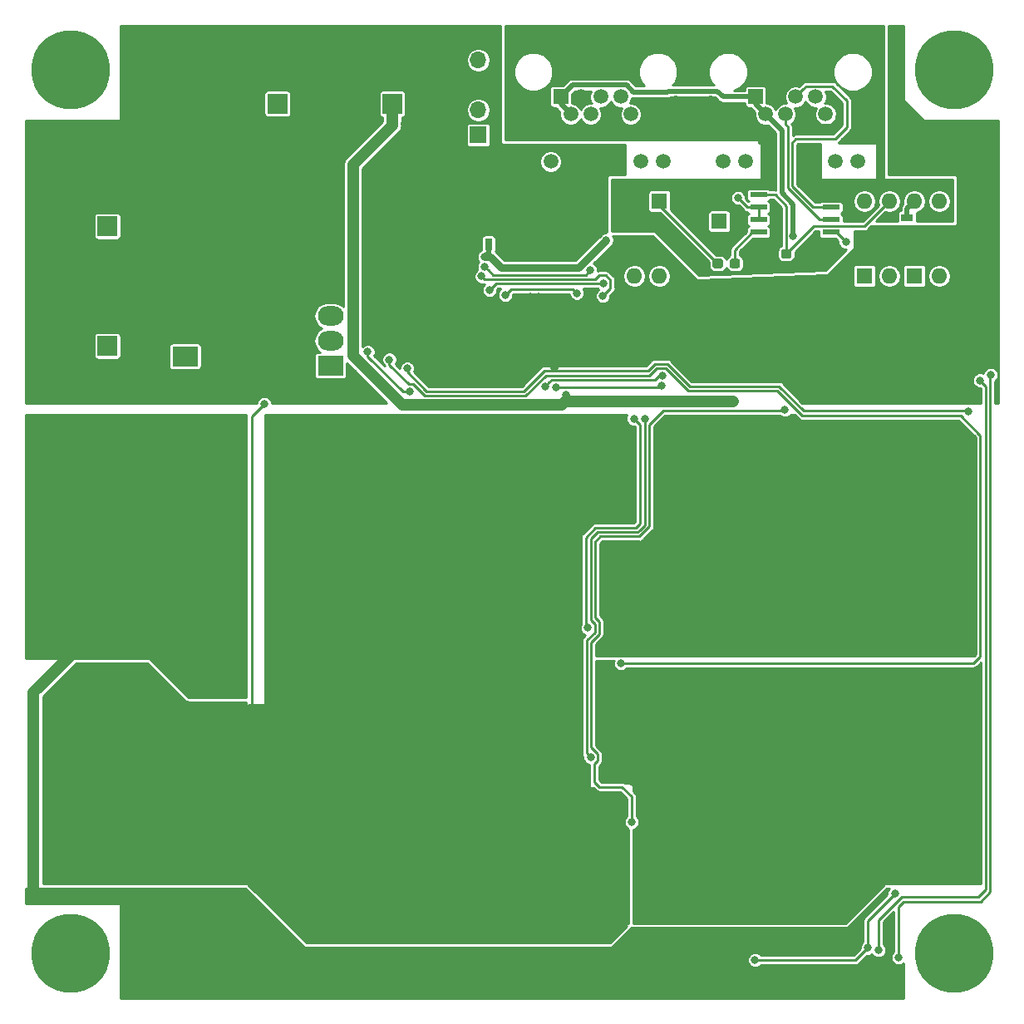
<source format=gbr>
G04 #@! TF.GenerationSoftware,KiCad,Pcbnew,(5.0.1)*
G04 #@! TF.CreationDate,2019-01-31T09:39:21+09:00*
G04 #@! TF.ProjectId,driver,6472697665722E6B696361645F706362,rev?*
G04 #@! TF.SameCoordinates,Original*
G04 #@! TF.FileFunction,Copper,L2,Bot,Signal*
G04 #@! TF.FilePolarity,Positive*
%FSLAX46Y46*%
G04 Gerber Fmt 4.6, Leading zero omitted, Abs format (unit mm)*
G04 Created by KiCad (PCBNEW (5.0.1)) date Thu Jan 31 09:39:21 2019*
%MOMM*%
%LPD*%
G01*
G04 APERTURE LIST*
G04 #@! TA.AperFunction,ComponentPad*
%ADD10O,2.600000X2.000000*%
G04 #@! TD*
G04 #@! TA.AperFunction,ComponentPad*
%ADD11R,2.600000X2.000000*%
G04 #@! TD*
G04 #@! TA.AperFunction,ComponentPad*
%ADD12R,1.600000X1.600000*%
G04 #@! TD*
G04 #@! TA.AperFunction,ComponentPad*
%ADD13O,1.600000X1.600000*%
G04 #@! TD*
G04 #@! TA.AperFunction,SMDPad,CuDef*
%ADD14R,0.750000X1.200000*%
G04 #@! TD*
G04 #@! TA.AperFunction,ComponentPad*
%ADD15R,2.600000X2.600000*%
G04 #@! TD*
G04 #@! TA.AperFunction,ComponentPad*
%ADD16C,2.600000*%
G04 #@! TD*
G04 #@! TA.AperFunction,Conductor*
%ADD17C,0.100000*%
G04 #@! TD*
G04 #@! TA.AperFunction,SMDPad,CuDef*
%ADD18C,0.950000*%
G04 #@! TD*
G04 #@! TA.AperFunction,WasherPad*
%ADD19C,8.000000*%
G04 #@! TD*
G04 #@! TA.AperFunction,ComponentPad*
%ADD20C,2.000000*%
G04 #@! TD*
G04 #@! TA.AperFunction,ComponentPad*
%ADD21R,2.000000X2.000000*%
G04 #@! TD*
G04 #@! TA.AperFunction,ComponentPad*
%ADD22R,1.700000X1.700000*%
G04 #@! TD*
G04 #@! TA.AperFunction,ComponentPad*
%ADD23O,1.700000X1.700000*%
G04 #@! TD*
G04 #@! TA.AperFunction,SMDPad,CuDef*
%ADD24R,1.200000X0.750000*%
G04 #@! TD*
G04 #@! TA.AperFunction,ComponentPad*
%ADD25C,1.600000*%
G04 #@! TD*
G04 #@! TA.AperFunction,ComponentPad*
%ADD26C,1.500000*%
G04 #@! TD*
G04 #@! TA.AperFunction,ComponentPad*
%ADD27R,1.500000X1.500000*%
G04 #@! TD*
G04 #@! TA.AperFunction,SMDPad,CuDef*
%ADD28R,1.750000X0.550000*%
G04 #@! TD*
G04 #@! TA.AperFunction,ViaPad*
%ADD29C,0.800000*%
G04 #@! TD*
G04 #@! TA.AperFunction,ViaPad*
%ADD30C,2.000000*%
G04 #@! TD*
G04 #@! TA.AperFunction,Conductor*
%ADD31C,0.500000*%
G04 #@! TD*
G04 #@! TA.AperFunction,Conductor*
%ADD32C,1.200000*%
G04 #@! TD*
G04 #@! TA.AperFunction,Conductor*
%ADD33C,0.800000*%
G04 #@! TD*
G04 #@! TA.AperFunction,Conductor*
%ADD34C,0.250000*%
G04 #@! TD*
G04 #@! TA.AperFunction,Conductor*
%ADD35C,0.254000*%
G04 #@! TD*
G04 APERTURE END LIST*
D10*
G04 #@! TO.P,J6,4*
G04 #@! TO.N,GND*
X101500000Y-82480000D03*
G04 #@! TO.P,J6,3*
G04 #@! TO.N,+3V3*
X101500000Y-85020000D03*
G04 #@! TO.P,J6,2*
G04 #@! TO.N,/SDA*
X101500000Y-87560000D03*
D11*
G04 #@! TO.P,J6,1*
G04 #@! TO.N,/SCL*
X101500000Y-90100000D03*
G04 #@! TD*
D12*
G04 #@! TO.P,U12,1*
G04 #@! TO.N,+3V3*
X160970000Y-80970000D03*
D13*
G04 #@! TO.P,U12,3*
G04 #@! TO.N,/ISO_DE*
X163510000Y-73350000D03*
G04 #@! TO.P,U12,2*
G04 #@! TO.N,Net-(R18-Pad2)*
X163510000Y-80970000D03*
G04 #@! TO.P,U12,4*
G04 #@! TO.N,/ISO_5V*
X160970000Y-73350000D03*
G04 #@! TD*
D14*
G04 #@! TO.P,C11,2*
G04 #@! TO.N,GND*
X117600000Y-75850000D03*
G04 #@! TO.P,C11,1*
G04 #@! TO.N,+3V3*
X117600000Y-77750000D03*
G04 #@! TD*
D15*
G04 #@! TO.P,J1,1*
G04 #@! TO.N,/OUT_A*
X165000000Y-104840000D03*
D16*
G04 #@! TO.P,J1,2*
X165000000Y-109920000D03*
G04 #@! TO.P,J1,3*
X165000000Y-115000000D03*
G04 #@! TD*
G04 #@! TO.P,J2,3*
G04 #@! TO.N,/OUT_B*
X165000000Y-135080000D03*
G04 #@! TO.P,J2,2*
X165000000Y-130000000D03*
D15*
G04 #@! TO.P,J2,1*
X165000000Y-124920000D03*
G04 #@! TD*
D16*
G04 #@! TO.P,J7,3*
G04 #@! TO.N,/VIN*
X75000000Y-124920000D03*
G04 #@! TO.P,J7,2*
X75000000Y-130000000D03*
D15*
G04 #@! TO.P,J7,1*
X75000000Y-135080000D03*
G04 #@! TD*
G04 #@! TO.P,J8,1*
G04 #@! TO.N,GND*
X75000000Y-115080000D03*
D16*
G04 #@! TO.P,J8,2*
X75000000Y-110000000D03*
G04 #@! TO.P,J8,3*
X75000000Y-104920000D03*
G04 #@! TD*
D17*
G04 #@! TO.N,/ISO_DI*
G04 #@! TO.C,R34*
G36*
X148235779Y-78226144D02*
X148258834Y-78229563D01*
X148281443Y-78235227D01*
X148303387Y-78243079D01*
X148324457Y-78253044D01*
X148344448Y-78265026D01*
X148363168Y-78278910D01*
X148380438Y-78294562D01*
X148396090Y-78311832D01*
X148409974Y-78330552D01*
X148421956Y-78350543D01*
X148431921Y-78371613D01*
X148439773Y-78393557D01*
X148445437Y-78416166D01*
X148448856Y-78439221D01*
X148450000Y-78462500D01*
X148450000Y-78937500D01*
X148448856Y-78960779D01*
X148445437Y-78983834D01*
X148439773Y-79006443D01*
X148431921Y-79028387D01*
X148421956Y-79049457D01*
X148409974Y-79069448D01*
X148396090Y-79088168D01*
X148380438Y-79105438D01*
X148363168Y-79121090D01*
X148344448Y-79134974D01*
X148324457Y-79146956D01*
X148303387Y-79156921D01*
X148281443Y-79164773D01*
X148258834Y-79170437D01*
X148235779Y-79173856D01*
X148212500Y-79175000D01*
X147637500Y-79175000D01*
X147614221Y-79173856D01*
X147591166Y-79170437D01*
X147568557Y-79164773D01*
X147546613Y-79156921D01*
X147525543Y-79146956D01*
X147505552Y-79134974D01*
X147486832Y-79121090D01*
X147469562Y-79105438D01*
X147453910Y-79088168D01*
X147440026Y-79069448D01*
X147428044Y-79049457D01*
X147418079Y-79028387D01*
X147410227Y-79006443D01*
X147404563Y-78983834D01*
X147401144Y-78960779D01*
X147400000Y-78937500D01*
X147400000Y-78462500D01*
X147401144Y-78439221D01*
X147404563Y-78416166D01*
X147410227Y-78393557D01*
X147418079Y-78371613D01*
X147428044Y-78350543D01*
X147440026Y-78330552D01*
X147453910Y-78311832D01*
X147469562Y-78294562D01*
X147486832Y-78278910D01*
X147505552Y-78265026D01*
X147525543Y-78253044D01*
X147546613Y-78243079D01*
X147568557Y-78235227D01*
X147591166Y-78229563D01*
X147614221Y-78226144D01*
X147637500Y-78225000D01*
X148212500Y-78225000D01*
X148235779Y-78226144D01*
X148235779Y-78226144D01*
G37*
D18*
G04 #@! TD*
G04 #@! TO.P,R34,1*
G04 #@! TO.N,/ISO_DI*
X147925000Y-78700000D03*
D17*
G04 #@! TO.N,/ISO_GND*
G04 #@! TO.C,R34*
G36*
X149985779Y-78226144D02*
X150008834Y-78229563D01*
X150031443Y-78235227D01*
X150053387Y-78243079D01*
X150074457Y-78253044D01*
X150094448Y-78265026D01*
X150113168Y-78278910D01*
X150130438Y-78294562D01*
X150146090Y-78311832D01*
X150159974Y-78330552D01*
X150171956Y-78350543D01*
X150181921Y-78371613D01*
X150189773Y-78393557D01*
X150195437Y-78416166D01*
X150198856Y-78439221D01*
X150200000Y-78462500D01*
X150200000Y-78937500D01*
X150198856Y-78960779D01*
X150195437Y-78983834D01*
X150189773Y-79006443D01*
X150181921Y-79028387D01*
X150171956Y-79049457D01*
X150159974Y-79069448D01*
X150146090Y-79088168D01*
X150130438Y-79105438D01*
X150113168Y-79121090D01*
X150094448Y-79134974D01*
X150074457Y-79146956D01*
X150053387Y-79156921D01*
X150031443Y-79164773D01*
X150008834Y-79170437D01*
X149985779Y-79173856D01*
X149962500Y-79175000D01*
X149387500Y-79175000D01*
X149364221Y-79173856D01*
X149341166Y-79170437D01*
X149318557Y-79164773D01*
X149296613Y-79156921D01*
X149275543Y-79146956D01*
X149255552Y-79134974D01*
X149236832Y-79121090D01*
X149219562Y-79105438D01*
X149203910Y-79088168D01*
X149190026Y-79069448D01*
X149178044Y-79049457D01*
X149168079Y-79028387D01*
X149160227Y-79006443D01*
X149154563Y-78983834D01*
X149151144Y-78960779D01*
X149150000Y-78937500D01*
X149150000Y-78462500D01*
X149151144Y-78439221D01*
X149154563Y-78416166D01*
X149160227Y-78393557D01*
X149168079Y-78371613D01*
X149178044Y-78350543D01*
X149190026Y-78330552D01*
X149203910Y-78311832D01*
X149219562Y-78294562D01*
X149236832Y-78278910D01*
X149255552Y-78265026D01*
X149275543Y-78253044D01*
X149296613Y-78243079D01*
X149318557Y-78235227D01*
X149341166Y-78229563D01*
X149364221Y-78226144D01*
X149387500Y-78225000D01*
X149962500Y-78225000D01*
X149985779Y-78226144D01*
X149985779Y-78226144D01*
G37*
D18*
G04 #@! TD*
G04 #@! TO.P,R34,2*
G04 #@! TO.N,/ISO_GND*
X149675000Y-78700000D03*
D17*
G04 #@! TO.N,Net-(R35-Pad2)*
G04 #@! TO.C,R35*
G36*
X141260160Y-79211393D02*
X141283215Y-79214812D01*
X141305824Y-79220476D01*
X141327768Y-79228328D01*
X141348838Y-79238293D01*
X141368829Y-79250275D01*
X141387549Y-79264159D01*
X141404819Y-79279811D01*
X141420471Y-79297081D01*
X141434355Y-79315801D01*
X141446337Y-79335792D01*
X141456302Y-79356862D01*
X141464154Y-79378806D01*
X141469818Y-79401415D01*
X141473237Y-79424470D01*
X141474381Y-79447749D01*
X141474381Y-79922749D01*
X141473237Y-79946028D01*
X141469818Y-79969083D01*
X141464154Y-79991692D01*
X141456302Y-80013636D01*
X141446337Y-80034706D01*
X141434355Y-80054697D01*
X141420471Y-80073417D01*
X141404819Y-80090687D01*
X141387549Y-80106339D01*
X141368829Y-80120223D01*
X141348838Y-80132205D01*
X141327768Y-80142170D01*
X141305824Y-80150022D01*
X141283215Y-80155686D01*
X141260160Y-80159105D01*
X141236881Y-80160249D01*
X140661881Y-80160249D01*
X140638602Y-80159105D01*
X140615547Y-80155686D01*
X140592938Y-80150022D01*
X140570994Y-80142170D01*
X140549924Y-80132205D01*
X140529933Y-80120223D01*
X140511213Y-80106339D01*
X140493943Y-80090687D01*
X140478291Y-80073417D01*
X140464407Y-80054697D01*
X140452425Y-80034706D01*
X140442460Y-80013636D01*
X140434608Y-79991692D01*
X140428944Y-79969083D01*
X140425525Y-79946028D01*
X140424381Y-79922749D01*
X140424381Y-79447749D01*
X140425525Y-79424470D01*
X140428944Y-79401415D01*
X140434608Y-79378806D01*
X140442460Y-79356862D01*
X140452425Y-79335792D01*
X140464407Y-79315801D01*
X140478291Y-79297081D01*
X140493943Y-79279811D01*
X140511213Y-79264159D01*
X140529933Y-79250275D01*
X140549924Y-79238293D01*
X140570994Y-79228328D01*
X140592938Y-79220476D01*
X140615547Y-79214812D01*
X140638602Y-79211393D01*
X140661881Y-79210249D01*
X141236881Y-79210249D01*
X141260160Y-79211393D01*
X141260160Y-79211393D01*
G37*
D18*
G04 #@! TD*
G04 #@! TO.P,R35,2*
G04 #@! TO.N,Net-(R35-Pad2)*
X140949381Y-79685249D03*
D17*
G04 #@! TO.N,/ISO_RO*
G04 #@! TO.C,R35*
G36*
X143010160Y-79211393D02*
X143033215Y-79214812D01*
X143055824Y-79220476D01*
X143077768Y-79228328D01*
X143098838Y-79238293D01*
X143118829Y-79250275D01*
X143137549Y-79264159D01*
X143154819Y-79279811D01*
X143170471Y-79297081D01*
X143184355Y-79315801D01*
X143196337Y-79335792D01*
X143206302Y-79356862D01*
X143214154Y-79378806D01*
X143219818Y-79401415D01*
X143223237Y-79424470D01*
X143224381Y-79447749D01*
X143224381Y-79922749D01*
X143223237Y-79946028D01*
X143219818Y-79969083D01*
X143214154Y-79991692D01*
X143206302Y-80013636D01*
X143196337Y-80034706D01*
X143184355Y-80054697D01*
X143170471Y-80073417D01*
X143154819Y-80090687D01*
X143137549Y-80106339D01*
X143118829Y-80120223D01*
X143098838Y-80132205D01*
X143077768Y-80142170D01*
X143055824Y-80150022D01*
X143033215Y-80155686D01*
X143010160Y-80159105D01*
X142986881Y-80160249D01*
X142411881Y-80160249D01*
X142388602Y-80159105D01*
X142365547Y-80155686D01*
X142342938Y-80150022D01*
X142320994Y-80142170D01*
X142299924Y-80132205D01*
X142279933Y-80120223D01*
X142261213Y-80106339D01*
X142243943Y-80090687D01*
X142228291Y-80073417D01*
X142214407Y-80054697D01*
X142202425Y-80034706D01*
X142192460Y-80013636D01*
X142184608Y-79991692D01*
X142178944Y-79969083D01*
X142175525Y-79946028D01*
X142174381Y-79922749D01*
X142174381Y-79447749D01*
X142175525Y-79424470D01*
X142178944Y-79401415D01*
X142184608Y-79378806D01*
X142192460Y-79356862D01*
X142202425Y-79335792D01*
X142214407Y-79315801D01*
X142228291Y-79297081D01*
X142243943Y-79279811D01*
X142261213Y-79264159D01*
X142279933Y-79250275D01*
X142299924Y-79238293D01*
X142320994Y-79228328D01*
X142342938Y-79220476D01*
X142365547Y-79214812D01*
X142388602Y-79211393D01*
X142411881Y-79210249D01*
X142986881Y-79210249D01*
X143010160Y-79211393D01*
X143010160Y-79211393D01*
G37*
D18*
G04 #@! TD*
G04 #@! TO.P,R35,1*
G04 #@! TO.N,/ISO_RO*
X142699381Y-79685249D03*
D13*
G04 #@! TO.P,U9,4*
G04 #@! TO.N,/ISO_5V*
X155890000Y-73350000D03*
G04 #@! TO.P,U9,2*
G04 #@! TO.N,Net-(R33-Pad2)*
X158430000Y-80970000D03*
G04 #@! TO.P,U9,3*
G04 #@! TO.N,/ISO_DI*
X158430000Y-73350000D03*
D12*
G04 #@! TO.P,U9,1*
G04 #@! TO.N,+3V3*
X155890000Y-80970000D03*
G04 #@! TD*
G04 #@! TO.P,U10,1*
G04 #@! TO.N,Net-(R35-Pad2)*
X135000000Y-73350000D03*
D13*
G04 #@! TO.P,U10,3*
G04 #@! TO.N,Net-(R36-Pad2)*
X132460000Y-80970000D03*
G04 #@! TO.P,U10,2*
G04 #@! TO.N,/ISO_GND*
X132460000Y-73350000D03*
G04 #@! TO.P,U10,4*
G04 #@! TO.N,+3V3*
X135000000Y-80970000D03*
G04 #@! TD*
D19*
G04 #@! TO.P,H1,1*
G04 #@! TO.N,*
X75000000Y-60000000D03*
G04 #@! TD*
G04 #@! TO.P,H2,1*
G04 #@! TO.N,*
X165000000Y-60000000D03*
G04 #@! TD*
G04 #@! TO.P,H3,1*
G04 #@! TO.N,*
X75000000Y-150000000D03*
G04 #@! TD*
G04 #@! TO.P,H4,1*
G04 #@! TO.N,*
X165000000Y-150000000D03*
G04 #@! TD*
D20*
G04 #@! TO.P,C2,2*
G04 #@! TO.N,GND*
X107800000Y-58400000D03*
D21*
G04 #@! TO.P,C2,1*
G04 #@! TO.N,+VSW*
X107800000Y-63400000D03*
G04 #@! TD*
G04 #@! TO.P,C3,1*
G04 #@! TO.N,Net-(C3-Pad1)*
X96100000Y-63400000D03*
D20*
G04 #@! TO.P,C3,2*
G04 #@! TO.N,GND*
X96100000Y-58400000D03*
G04 #@! TD*
G04 #@! TO.P,C15,2*
G04 #@! TO.N,GND*
X73800000Y-88100000D03*
D21*
G04 #@! TO.P,C15,1*
G04 #@! TO.N,Net-(C15-Pad1)*
X78800000Y-88100000D03*
G04 #@! TD*
G04 #@! TO.P,C19,1*
G04 #@! TO.N,+3V3*
X78800000Y-75900000D03*
D20*
G04 #@! TO.P,C19,2*
G04 #@! TO.N,GND*
X73800000Y-75900000D03*
G04 #@! TD*
D22*
G04 #@! TO.P,J9,1*
G04 #@! TO.N,+3V3*
X116550000Y-66590000D03*
D23*
G04 #@! TO.P,J9,2*
G04 #@! TO.N,/SWCLK*
X116550000Y-64050000D03*
G04 #@! TO.P,J9,3*
G04 #@! TO.N,GND*
X116550000Y-61510000D03*
G04 #@! TO.P,J9,4*
G04 #@! TO.N,/SWDIO*
X116550000Y-58970000D03*
G04 #@! TD*
D11*
G04 #@! TO.P,J10,1*
G04 #@! TO.N,+3V3*
X86700000Y-89140000D03*
D10*
G04 #@! TO.P,J10,2*
G04 #@! TO.N,GND*
X86700000Y-86600000D03*
G04 #@! TD*
D24*
G04 #@! TO.P,C6,1*
G04 #@! TO.N,/ISO_5V*
X160250000Y-75000000D03*
G04 #@! TO.P,C6,2*
G04 #@! TO.N,/ISO_GND*
X162150000Y-75000000D03*
G04 #@! TD*
D12*
G04 #@! TO.P,C8,1*
G04 #@! TO.N,/ISO_5V*
X141099381Y-75385249D03*
D25*
G04 #@! TO.P,C8,2*
G04 #@! TO.N,/ISO_GND*
X141099381Y-77385249D03*
G04 #@! TD*
D26*
G04 #@! TO.P,J4,12*
G04 #@! TO.N,/CLED1*
X155220000Y-69300000D03*
G04 #@! TO.P,J4,11*
G04 #@! TO.N,GND*
X152930000Y-69300000D03*
G04 #@! TO.P,J4,10*
G04 #@! TO.N,/CLED2*
X143790000Y-69300000D03*
G04 #@! TO.P,J4,9*
G04 #@! TO.N,GND*
X141500000Y-69300000D03*
D20*
G04 #@! TO.P,J4,SH*
G04 #@! TO.N,/ISO_GND*
X140230000Y-63590000D03*
X156490000Y-63590000D03*
D26*
G04 #@! TO.P,J4,8*
G04 #@! TO.N,Net-(J4-Pad8)*
X151940000Y-64480000D03*
G04 #@! TO.P,J4,6*
G04 #@! TO.N,/ISO_GND*
X149900000Y-64480000D03*
G04 #@! TO.P,J4,4*
G04 #@! TO.N,/RS485_B*
X147860000Y-64480000D03*
G04 #@! TO.P,J4,2*
G04 #@! TO.N,/BUS_VCC*
X145820000Y-64480000D03*
G04 #@! TO.P,J4,7*
G04 #@! TO.N,Net-(J4-Pad7)*
X150920000Y-62700000D03*
G04 #@! TO.P,J4,5*
G04 #@! TO.N,/RX485_A*
X148880000Y-62700000D03*
G04 #@! TO.P,J4,3*
G04 #@! TO.N,/ISO_GND*
X146840000Y-62700000D03*
D27*
G04 #@! TO.P,J4,1*
G04 #@! TO.N,/BUS_VCC*
X144800000Y-62700000D03*
G04 #@! TD*
G04 #@! TO.P,J5,1*
G04 #@! TO.N,/BUS_VCC*
X124950000Y-62700000D03*
D26*
G04 #@! TO.P,J5,3*
G04 #@! TO.N,/ISO_GND*
X126990000Y-62700000D03*
G04 #@! TO.P,J5,5*
G04 #@! TO.N,/RX485_A*
X129030000Y-62700000D03*
G04 #@! TO.P,J5,7*
G04 #@! TO.N,Net-(J5-Pad7)*
X131070000Y-62700000D03*
G04 #@! TO.P,J5,2*
G04 #@! TO.N,/BUS_VCC*
X125970000Y-64480000D03*
G04 #@! TO.P,J5,4*
G04 #@! TO.N,/RS485_B*
X128010000Y-64480000D03*
G04 #@! TO.P,J5,6*
G04 #@! TO.N,/ISO_GND*
X130050000Y-64480000D03*
G04 #@! TO.P,J5,8*
G04 #@! TO.N,Net-(J5-Pad8)*
X132090000Y-64480000D03*
D20*
G04 #@! TO.P,J5,SH*
G04 #@! TO.N,/ISO_GND*
X136640000Y-63590000D03*
X120380000Y-63590000D03*
D26*
G04 #@! TO.P,J5,9*
G04 #@! TO.N,GND*
X121650000Y-69300000D03*
G04 #@! TO.P,J5,10*
G04 #@! TO.N,/CLED4*
X123940000Y-69300000D03*
G04 #@! TO.P,J5,11*
G04 #@! TO.N,GND*
X133080000Y-69300000D03*
G04 #@! TO.P,J5,12*
G04 #@! TO.N,/CLED3*
X135370000Y-69300000D03*
G04 #@! TD*
D28*
G04 #@! TO.P,U13,1*
G04 #@! TO.N,/ISO_RO*
X145100000Y-76505000D03*
G04 #@! TO.P,U13,2*
G04 #@! TO.N,/ISO_DE*
X145100000Y-75235000D03*
G04 #@! TO.P,U13,3*
X145100000Y-73965000D03*
G04 #@! TO.P,U13,4*
G04 #@! TO.N,/ISO_DI*
X145100000Y-72695000D03*
G04 #@! TO.P,U13,5*
G04 #@! TO.N,/ISO_GND*
X152500000Y-72695000D03*
G04 #@! TO.P,U13,6*
G04 #@! TO.N,/RX485_A*
X152500000Y-73965000D03*
G04 #@! TO.P,U13,7*
G04 #@! TO.N,/RS485_B*
X152500000Y-75235000D03*
G04 #@! TO.P,U13,8*
G04 #@! TO.N,/ISO_5V*
X152500000Y-76505000D03*
G04 #@! TD*
D29*
G04 #@! TO.N,+VSW*
X142500000Y-93750000D03*
X125500000Y-93025010D03*
D30*
G04 #@! TO.N,GND*
X80750000Y-66000000D03*
X89500000Y-61000000D03*
X102000000Y-60750000D03*
X94500000Y-69500000D03*
X100000000Y-65750000D03*
X77750000Y-82000000D03*
X89000000Y-98000000D03*
X89000000Y-103000000D03*
X89000000Y-100500000D03*
X89000000Y-105500000D03*
X89000000Y-108000000D03*
X89000000Y-110500000D03*
X89000000Y-113000000D03*
X89000000Y-115500000D03*
X89000000Y-118000000D03*
X89000000Y-120500000D03*
X91500000Y-145500000D03*
X138150000Y-149900000D03*
X86500000Y-74750000D03*
X86750000Y-82750000D03*
X139500000Y-90000000D03*
X134100000Y-87600000D03*
D29*
X99500000Y-69400000D03*
X99500000Y-68200000D03*
X100600000Y-68200000D03*
X100600000Y-69200000D03*
X80400000Y-79500000D03*
X79600000Y-80800000D03*
X86000000Y-77100000D03*
X81400000Y-76000000D03*
X83600000Y-74600000D03*
X95300000Y-81200000D03*
X94300000Y-90000000D03*
X128600000Y-87500000D03*
X143800000Y-88700000D03*
X96400000Y-89200000D03*
X97200000Y-87500000D03*
X97300000Y-92200000D03*
X120100000Y-90800000D03*
X118300000Y-74300000D03*
X117100000Y-74300000D03*
X117100000Y-73100000D03*
X165500000Y-83500000D03*
X161900000Y-84500000D03*
X156900000Y-88500000D03*
X149600000Y-93200000D03*
X158600000Y-78100000D03*
X162700000Y-78100000D03*
X123600000Y-73400000D03*
D30*
X139500000Y-82800000D03*
X112000000Y-85400000D03*
X101300000Y-76900000D03*
X101300000Y-79200000D03*
X105700000Y-77800000D03*
X105700000Y-80100000D03*
X105700000Y-82400000D03*
X105700000Y-84700000D03*
X117000000Y-90600000D03*
D29*
X123700000Y-87000000D03*
D30*
X109700000Y-65500000D03*
X108700000Y-71100000D03*
X97100000Y-76100000D03*
X97100000Y-78200000D03*
X97100000Y-80300000D03*
X107500000Y-74900000D03*
D29*
X110400000Y-77600000D03*
X111600000Y-79300000D03*
X126800000Y-78700000D03*
X121300000Y-76000000D03*
X122100000Y-76000000D03*
X121300000Y-77000000D03*
X122100000Y-77000000D03*
X123600000Y-79100000D03*
X122700000Y-79100000D03*
X121900000Y-83100000D03*
X124300000Y-84600000D03*
X122700000Y-83100000D03*
X122600000Y-86600000D03*
X156900000Y-89500000D03*
X165500000Y-82600000D03*
X120100000Y-89900000D03*
X124300000Y-90374990D03*
X156900000Y-84600000D03*
G04 #@! TO.N,+3V3*
X144750000Y-150650000D03*
X156250000Y-149400000D03*
X117200000Y-79000000D03*
X129600000Y-77300000D03*
X158989324Y-143889324D03*
G04 #@! TO.N,/VIN_MON*
X126600000Y-82700000D03*
X119300000Y-82900000D03*
X105300000Y-88700000D03*
X109558672Y-92725010D03*
G04 #@! TO.N,/ISO_5V*
X154000000Y-77500000D03*
G04 #@! TO.N,/ISO_GND*
X152000000Y-79000000D03*
X138000000Y-73000000D03*
X143500000Y-78500000D03*
X147000000Y-74800000D03*
X154400000Y-73100000D03*
X164600000Y-72300000D03*
X153375000Y-64700000D03*
G04 #@! TO.N,/DRV1F*
X128000000Y-130000000D03*
X133519082Y-95522671D03*
G04 #@! TO.N,/DRV2F*
X132200000Y-136600000D03*
X147800000Y-94600000D03*
G04 #@! TO.N,/DRV3F*
X127700000Y-116800000D03*
X132400002Y-95500000D03*
G04 #@! TO.N,/OUT_A*
X131500000Y-113500000D03*
X130500000Y-114500000D03*
X131500000Y-114500000D03*
X130500000Y-113500000D03*
X130500000Y-112500000D03*
X131500000Y-112500000D03*
X131500000Y-115500000D03*
X130500000Y-115500000D03*
X129500000Y-115500000D03*
X129500000Y-114500000D03*
X129500000Y-113500000D03*
X129500000Y-112500000D03*
X129500000Y-111500000D03*
X130500000Y-111500000D03*
X131500000Y-111500000D03*
D30*
X130000000Y-109000000D03*
X133000000Y-109000000D03*
X136000000Y-109000000D03*
X136000000Y-109000000D03*
X136000000Y-109000000D03*
X139000000Y-109000000D03*
X136000000Y-112000000D03*
X136000000Y-115000000D03*
X136000000Y-118000000D03*
X133000000Y-118000000D03*
X139000000Y-118000000D03*
X139000000Y-115000000D03*
X139000000Y-112000000D03*
X142000000Y-115000000D03*
X142000000Y-118000000D03*
X142000000Y-109000000D03*
X142000000Y-112000000D03*
D29*
G04 #@! TO.N,/OUT_B*
X131000000Y-126500000D03*
X131000000Y-127500000D03*
X130000000Y-127500000D03*
X130000000Y-126500000D03*
X130000000Y-125500000D03*
X131000000Y-125500000D03*
X132000000Y-126500000D03*
X132000000Y-125500000D03*
X132000000Y-124500000D03*
X132000000Y-127500000D03*
X129000000Y-124500000D03*
X129000000Y-125500000D03*
X129000000Y-126500000D03*
X129000000Y-127500000D03*
X129000000Y-128500000D03*
X130000000Y-128500000D03*
X131000000Y-128500000D03*
X132000000Y-128500000D03*
D30*
X130000000Y-131000000D03*
X133000000Y-131000000D03*
X136000000Y-131000000D03*
X139000000Y-131000000D03*
X142000000Y-131000000D03*
X142000000Y-128000000D03*
X142000000Y-125000000D03*
X142000000Y-122000000D03*
X139000000Y-122000000D03*
X136000000Y-122000000D03*
X133000000Y-122000000D03*
X136000000Y-125000000D03*
X136000000Y-128000000D03*
X139000000Y-128000000D03*
X139000000Y-125000000D03*
D29*
X131000000Y-124500000D03*
X130000000Y-124500000D03*
G04 #@! TO.N,/VIN*
X130000000Y-140000000D03*
X130000000Y-141000000D03*
X129000000Y-141000000D03*
X129000000Y-140000000D03*
X129000000Y-139000000D03*
X129000000Y-138000000D03*
X130000000Y-138000000D03*
X131000000Y-138000000D03*
X131000000Y-140000000D03*
X131000000Y-141000000D03*
X131000000Y-142000000D03*
X130000000Y-142000000D03*
X129000000Y-142000000D03*
X128000000Y-142000000D03*
X128000000Y-141000000D03*
X128000000Y-140000000D03*
X128000000Y-139000000D03*
X128000000Y-138000000D03*
X130000000Y-100000000D03*
X130000000Y-101000000D03*
X129000000Y-101000000D03*
X129000000Y-100000000D03*
X129000000Y-99000000D03*
X130000000Y-99000000D03*
X131000000Y-99000000D03*
X131000000Y-100000000D03*
X131000000Y-101000000D03*
X131000000Y-102000000D03*
X130000000Y-102000000D03*
X129000000Y-102000000D03*
X128000000Y-102000000D03*
X128000000Y-101000000D03*
X128000000Y-100000000D03*
X128000000Y-99000000D03*
X128000000Y-98000000D03*
X129000000Y-98000000D03*
X130000000Y-98000000D03*
X131000000Y-98000000D03*
D30*
X130000000Y-96500000D03*
X127000000Y-96500000D03*
X124000000Y-96500000D03*
X121000000Y-96500000D03*
X118000000Y-96500000D03*
X118000000Y-99000000D03*
X118000000Y-102000000D03*
X118000000Y-105000000D03*
X121000000Y-105000000D03*
X124000000Y-105000000D03*
X127000000Y-105000000D03*
X130000000Y-105000000D03*
X121000000Y-102000000D03*
X121000000Y-99000000D03*
X124000000Y-99000000D03*
X124000000Y-102000000D03*
X130000000Y-136000000D03*
X127000000Y-136000000D03*
X124000000Y-136000000D03*
X121000000Y-136000000D03*
X118000000Y-136000000D03*
X121000000Y-139000000D03*
X118000000Y-139000000D03*
X118000000Y-142000000D03*
X121000000Y-142000000D03*
X121000000Y-145000000D03*
X118000000Y-145000000D03*
X124000000Y-145000000D03*
X127000000Y-145000000D03*
X130000000Y-145000000D03*
X115000000Y-136000000D03*
X115000000Y-139000000D03*
X115000000Y-142000000D03*
X115000000Y-145000000D03*
X99000000Y-129000000D03*
X102000000Y-128000000D03*
X97000000Y-127000000D03*
X104000000Y-130000000D03*
X96000000Y-130000000D03*
X98000000Y-132000000D03*
X94000000Y-128000000D03*
X111000000Y-133000000D03*
X107000000Y-129000000D03*
X108000000Y-134000000D03*
X100000000Y-126000000D03*
X103000000Y-133000000D03*
X101000000Y-131000000D03*
X112000000Y-130000000D03*
X114000000Y-132000000D03*
X109000000Y-131000000D03*
X106000000Y-132000000D03*
X105000000Y-135000000D03*
X102000000Y-136000000D03*
X100000000Y-134000000D03*
D29*
X130000000Y-139000000D03*
X131000000Y-139000000D03*
X94750000Y-94000000D03*
G04 #@! TO.N,/CTRL_B*
X135300000Y-91100000D03*
X123362335Y-92237665D03*
G04 #@! TO.N,/CTRL_A*
X135253882Y-92098948D03*
X124449990Y-92300000D03*
G04 #@! TO.N,/TX*
X116900000Y-81000000D03*
X129251150Y-83000000D03*
G04 #@! TO.N,/RX*
X117700000Y-82400000D03*
X129300001Y-81700001D03*
G04 #@! TO.N,/BUS_VCC*
X148650000Y-76910249D03*
G04 #@! TO.N,/SDA*
X131100000Y-120400000D03*
X107500000Y-89474990D03*
G04 #@! TO.N,/SCL*
X109312653Y-90387347D03*
X166500000Y-94800000D03*
G04 #@! TO.N,/DE*
X127956666Y-80386667D03*
X117187342Y-80012661D03*
G04 #@! TO.N,/ISO_DE*
X143000000Y-73000000D03*
G04 #@! TO.N,/SLED1*
X168750000Y-91050000D03*
X159344239Y-150375010D03*
G04 #@! TO.N,/SLED4*
X167650000Y-91600000D03*
X157350000Y-149650000D03*
G04 #@! TD*
D31*
G04 #@! TO.N,+VSW*
X125500000Y-93650000D02*
X125400000Y-93750000D01*
X125500000Y-93025010D02*
X125500000Y-93650000D01*
D32*
X142500000Y-93750000D02*
X125400000Y-93750000D01*
X107800000Y-65600000D02*
X107800000Y-63400000D01*
X103800000Y-69600000D02*
X107800000Y-65600000D01*
X104830108Y-90100000D02*
X104800000Y-90100000D01*
X108830137Y-94100029D02*
X104830108Y-90100000D01*
X125400000Y-93750000D02*
X125049971Y-94100029D01*
X103800000Y-89100000D02*
X103800000Y-69600000D01*
X104800000Y-90100000D02*
X103800000Y-89100000D01*
X125049971Y-94100029D02*
X108830137Y-94100029D01*
G04 #@! TO.N,GND*
X75000000Y-119650000D02*
X71250000Y-123400000D01*
X75000000Y-115080000D02*
X75000000Y-119650000D01*
X71250000Y-123400000D02*
X71250000Y-143750000D01*
D33*
X123600000Y-71250000D02*
X121650000Y-69300000D01*
X123600000Y-73400000D02*
X123600000Y-71250000D01*
D34*
G04 #@! TO.N,+3V3*
X144750000Y-150650000D02*
X155000000Y-150650000D01*
X155000000Y-150650000D02*
X156250000Y-149400000D01*
X156250000Y-146628648D02*
X156250000Y-149400000D01*
X158989324Y-143889324D02*
X156250000Y-146628648D01*
D31*
X117600000Y-78600000D02*
X117200000Y-79000000D01*
X117600000Y-77750000D02*
X117600000Y-78600000D01*
D33*
X117765685Y-79000000D02*
X117200000Y-79000000D01*
X118890686Y-80125001D02*
X117765685Y-79000000D01*
X126774999Y-80125001D02*
X118890686Y-80125001D01*
X129600000Y-77300000D02*
X126774999Y-80125001D01*
D34*
G04 #@! TO.N,/VIN_MON*
X126600000Y-82700000D02*
X126200000Y-82300000D01*
X119900000Y-82300000D02*
X119300000Y-82900000D01*
X126200000Y-82300000D02*
X119900000Y-82300000D01*
X108992987Y-92725010D02*
X109558672Y-92725010D01*
X108888599Y-92725010D02*
X108992987Y-92725010D01*
X105300000Y-88700000D02*
X105300000Y-89136411D01*
X105300000Y-89136411D02*
X108888599Y-92725010D01*
G04 #@! TO.N,/ISO_5V*
X152500000Y-76505000D02*
X153005000Y-76505000D01*
X153005000Y-76505000D02*
X154000000Y-77500000D01*
D31*
X160250000Y-74070000D02*
X160970000Y-73350000D01*
X160250000Y-75000000D02*
X160250000Y-74070000D01*
D34*
G04 #@! TO.N,/ISO_GND*
X152519999Y-65555001D02*
X153375000Y-64700000D01*
X149900000Y-64480000D02*
X150975001Y-65555001D01*
X150975001Y-65555001D02*
X152519999Y-65555001D01*
G04 #@! TO.N,/DRV1F*
X133000000Y-106836410D02*
X132936410Y-106900000D01*
X133500000Y-95541753D02*
X133519082Y-95522671D01*
X133000000Y-106836410D02*
X133500000Y-106336410D01*
X133500000Y-106336410D02*
X133500000Y-95541753D01*
X128686400Y-107050010D02*
X132786400Y-107050010D01*
X128000000Y-107736410D02*
X128686400Y-107050010D01*
X128000000Y-130000000D02*
X127600001Y-129600001D01*
X127600001Y-118073001D02*
X128425001Y-117248001D01*
X132786400Y-107050010D02*
X133000000Y-106836410D01*
X128425001Y-117248001D02*
X128425001Y-116451999D01*
X128425001Y-116451999D02*
X128000000Y-116026998D01*
X127600001Y-129600001D02*
X127600001Y-118073001D01*
X128000000Y-116026998D02*
X128000000Y-107736410D01*
G04 #@! TO.N,/DRV2F*
X128450010Y-111600000D02*
X128450010Y-111349990D01*
X128450010Y-115750010D02*
X128450010Y-111600000D01*
X128875011Y-117434401D02*
X128875011Y-116175011D01*
X128050011Y-118259401D02*
X128875011Y-117434401D01*
X128050011Y-128977009D02*
X128050011Y-118259401D01*
X128725001Y-129651999D02*
X128050011Y-128977009D01*
X128725001Y-130348001D02*
X128725001Y-129651999D01*
X128400000Y-130673002D02*
X128725001Y-130348001D01*
X131200000Y-133000000D02*
X128900000Y-133000000D01*
X128400000Y-132500000D02*
X128400000Y-130673002D01*
X128875011Y-116175011D02*
X128450010Y-115750010D01*
X132200000Y-134000000D02*
X131200000Y-133000000D01*
X132200000Y-136600000D02*
X132200000Y-134000000D01*
X128900000Y-133000000D02*
X128400000Y-132500000D01*
X128450010Y-108049990D02*
X128450010Y-111600000D01*
X128999980Y-107500020D02*
X128450010Y-108049990D01*
X147700000Y-94700000D02*
X135400000Y-94700000D01*
X147800000Y-94600000D02*
X147700000Y-94700000D01*
X135400000Y-94700000D02*
X134000000Y-96100000D01*
X134000000Y-96100000D02*
X134000000Y-106472820D01*
X134000000Y-106472820D02*
X132972801Y-107500019D01*
X132972801Y-107500019D02*
X128999980Y-107500020D01*
G04 #@! TO.N,/DRV3F*
X133000000Y-96099998D02*
X132400002Y-95500000D01*
X127500000Y-116600000D02*
X127500000Y-107600000D01*
X127700000Y-116800000D02*
X127500000Y-116600000D01*
X128500000Y-106600000D02*
X132600000Y-106600000D01*
X127500000Y-107600000D02*
X128500000Y-106600000D01*
X132600000Y-106600000D02*
X133000000Y-106200000D01*
X133000000Y-106200000D02*
X133000000Y-96099998D01*
G04 #@! TO.N,/VIN*
X94750000Y-94000000D02*
X93500000Y-95250000D01*
X93500000Y-95250000D02*
X93500000Y-124750000D01*
G04 #@! TO.N,/CTRL_B*
X123762334Y-91837666D02*
X123362335Y-92237665D01*
X124025001Y-91574999D02*
X123762334Y-91837666D01*
X134525001Y-91574999D02*
X124025001Y-91574999D01*
X135300000Y-91100000D02*
X135000000Y-91100000D01*
X135000000Y-91100000D02*
X134525001Y-91574999D01*
G04 #@! TO.N,/CTRL_A*
X135052830Y-92300000D02*
X124449990Y-92300000D01*
X135253882Y-92098948D02*
X135052830Y-92300000D01*
G04 #@! TO.N,/TX*
X129651149Y-82600001D02*
X129251150Y-83000000D01*
X130025002Y-82226148D02*
X129651149Y-82600001D01*
X116900000Y-81000000D02*
X117200022Y-81300022D01*
X117200022Y-81300022D02*
X128499978Y-81300022D01*
X128499978Y-81300022D02*
X128900000Y-80900000D01*
X128900000Y-80900000D02*
X129573002Y-80900000D01*
X129573002Y-80900000D02*
X130025002Y-81352000D01*
X130025002Y-81352000D02*
X130025002Y-82226148D01*
G04 #@! TO.N,/RX*
X129249969Y-81750033D02*
X129300001Y-81700001D01*
X117700000Y-82400000D02*
X118349967Y-81750033D01*
X118349967Y-81750033D02*
X129249969Y-81750033D01*
G04 #@! TO.N,/RX485_A*
X149629999Y-61950001D02*
X148880000Y-62700000D01*
X152624999Y-61624999D02*
X149955001Y-61624999D01*
X154100000Y-65800000D02*
X154100000Y-63100000D01*
X149955001Y-61624999D02*
X149629999Y-61950001D01*
X150665000Y-73965000D02*
X148525022Y-71825022D01*
X154100000Y-63100000D02*
X152624999Y-61624999D01*
X152500000Y-73965000D02*
X150665000Y-73965000D01*
X148900000Y-67000000D02*
X152900000Y-67000000D01*
X148525022Y-71825022D02*
X148525022Y-67374978D01*
X148525022Y-67374978D02*
X148900000Y-67000000D01*
X152900000Y-67000000D02*
X154100000Y-65800000D01*
G04 #@! TO.N,/RS485_B*
X147860000Y-64480000D02*
X147860000Y-65540660D01*
X151298589Y-75235000D02*
X151375000Y-75235000D01*
X148075011Y-72011422D02*
X151298589Y-75235000D01*
X147860000Y-65540660D02*
X148075011Y-65755671D01*
X148075011Y-65755671D02*
X148075011Y-72011422D01*
X151375000Y-75235000D02*
X152500000Y-75235000D01*
D31*
G04 #@! TO.N,/BUS_VCC*
X124950000Y-63460000D02*
X125970000Y-64480000D01*
X124950000Y-62700000D02*
X124950000Y-63460000D01*
X144800000Y-63460000D02*
X145820000Y-64480000D01*
X144800000Y-62700000D02*
X144800000Y-63460000D01*
X126150001Y-61499999D02*
X124950000Y-62700000D01*
X131646001Y-61499999D02*
X126150001Y-61499999D01*
X132381003Y-62235001D02*
X131646001Y-61499999D01*
X135856001Y-62235001D02*
X132381003Y-62235001D01*
X135951003Y-62139999D02*
X135856001Y-62235001D01*
X140926001Y-62139999D02*
X135951003Y-62139999D01*
X141486002Y-62700000D02*
X140926001Y-62139999D01*
X144800000Y-62700000D02*
X141486002Y-62700000D01*
X147500000Y-72500000D02*
X148650000Y-73650000D01*
X147500000Y-66160000D02*
X147500000Y-72500000D01*
X148650000Y-73650000D02*
X148650000Y-76910249D01*
X145820000Y-64480000D02*
X147500000Y-66160000D01*
D34*
G04 #@! TO.N,/SDA*
X107500000Y-90040675D02*
X107500000Y-89474990D01*
X165700000Y-95200000D02*
X149563589Y-95200000D01*
X135648001Y-90374999D02*
X134700000Y-90374999D01*
X167700000Y-97200000D02*
X165700000Y-95200000D01*
X167700000Y-119700000D02*
X167700000Y-97200000D01*
X149563589Y-95200000D02*
X147013600Y-92650011D01*
X131100000Y-120400000D02*
X167000000Y-120400000D01*
X167000000Y-120400000D02*
X167700000Y-119700000D01*
X147013600Y-92650011D02*
X137923012Y-92650011D01*
X109947682Y-92000000D02*
X109459325Y-92000000D01*
X137923012Y-92650011D02*
X135648001Y-90374999D01*
X111097693Y-93150011D02*
X109947682Y-92000000D01*
X121376988Y-93150011D02*
X111097693Y-93150011D01*
X109459325Y-92000000D02*
X107500000Y-90040675D01*
X134700000Y-90374999D02*
X133974999Y-91100000D01*
X133974999Y-91100000D02*
X123426998Y-91100000D01*
X123426998Y-91100000D02*
X121376988Y-93150011D01*
G04 #@! TO.N,/SCL*
X111300000Y-92700000D02*
X109312653Y-90712653D01*
X121190588Y-92700000D02*
X111300000Y-92700000D01*
X123290588Y-90600000D02*
X121190588Y-92700000D01*
X133838589Y-90600000D02*
X123290588Y-90600000D01*
X134538589Y-89900000D02*
X133838589Y-90600000D01*
X166400000Y-94700000D02*
X149700000Y-94700000D01*
X149700000Y-94700000D02*
X147200000Y-92200000D01*
X166500000Y-94800000D02*
X166400000Y-94700000D01*
X109312653Y-90712653D02*
X109312653Y-90387347D01*
X138109412Y-92200000D02*
X135809412Y-89900000D01*
X147200000Y-92200000D02*
X138109412Y-92200000D01*
X135809412Y-89900000D02*
X134538589Y-89900000D01*
G04 #@! TO.N,/DE*
X117200000Y-80000003D02*
X117187342Y-80012661D01*
X127956666Y-80386667D02*
X127493322Y-80850011D01*
X127493322Y-80850011D02*
X118050008Y-80850011D01*
X118050008Y-80850011D02*
X117599999Y-80400002D01*
X117599999Y-80400002D02*
X117200000Y-80000003D01*
G04 #@! TO.N,/ISO_DE*
X145100000Y-75235000D02*
X145100000Y-73965000D01*
X145100000Y-73965000D02*
X143965000Y-73965000D01*
X143965000Y-73965000D02*
X143000000Y-73000000D01*
G04 #@! TO.N,/ISO_DI*
X146795000Y-72695000D02*
X145100000Y-72695000D01*
X147925000Y-78700000D02*
X147925000Y-73825000D01*
X147925000Y-73825000D02*
X146795000Y-72695000D01*
X150725000Y-75900000D02*
X147925000Y-78700000D01*
X158430000Y-73350000D02*
X155880000Y-75900000D01*
X155880000Y-75900000D02*
X150725000Y-75900000D01*
G04 #@! TO.N,Net-(R35-Pad2)*
X135000000Y-73735868D02*
X135000000Y-73350000D01*
X140949381Y-79685249D02*
X135000000Y-73735868D01*
G04 #@! TO.N,/ISO_RO*
X144500000Y-76505000D02*
X145100000Y-76505000D01*
X142699381Y-78305619D02*
X144500000Y-76505000D01*
X142699381Y-79685249D02*
X142699381Y-78305619D01*
G04 #@! TO.N,/SLED1*
X168700000Y-91100000D02*
X168700000Y-143700000D01*
X159344239Y-149809325D02*
X159344239Y-150375010D01*
X159865374Y-144674990D02*
X159344239Y-145196125D01*
X168750000Y-91050000D02*
X168700000Y-91100000D01*
X168700000Y-143700000D02*
X167725010Y-144674990D01*
X167725010Y-144674990D02*
X159865374Y-144674990D01*
X159344239Y-145196125D02*
X159344239Y-149809325D01*
G04 #@! TO.N,/SLED4*
X157350000Y-149084315D02*
X157350000Y-149650000D01*
X168249989Y-92199989D02*
X168249989Y-143450011D01*
X167650000Y-91600000D02*
X168249989Y-92199989D01*
X168249989Y-143450011D02*
X167475021Y-144224979D01*
X167475021Y-144224979D02*
X159678974Y-144224979D01*
X159678974Y-144224979D02*
X157350000Y-146553953D01*
X157350000Y-146553953D02*
X157350000Y-149084315D01*
G04 #@! TD*
D35*
G04 #@! TO.N,/OUT_A*
G36*
X149173664Y-95520010D02*
X149201668Y-95561921D01*
X149367719Y-95672873D01*
X149514150Y-95702000D01*
X149514154Y-95702000D01*
X149563588Y-95711833D01*
X149613022Y-95702000D01*
X165492066Y-95702000D01*
X167198001Y-97407937D01*
X167198000Y-119492065D01*
X167067065Y-119623000D01*
X128552011Y-119623000D01*
X128552011Y-118467335D01*
X129195024Y-117824324D01*
X129236932Y-117796322D01*
X129264934Y-117754414D01*
X129264937Y-117754411D01*
X129347883Y-117630272D01*
X129347884Y-117630271D01*
X129377011Y-117483840D01*
X129377011Y-117483836D01*
X129386844Y-117434402D01*
X129377011Y-117384968D01*
X129377011Y-116224444D01*
X129386844Y-116175010D01*
X129377011Y-116125576D01*
X129377011Y-116125572D01*
X129347884Y-115979141D01*
X129321841Y-115940165D01*
X129264937Y-115855001D01*
X129264934Y-115854998D01*
X129236932Y-115813090D01*
X129195023Y-115785087D01*
X128952010Y-115542075D01*
X128952010Y-108257924D01*
X129207915Y-108002020D01*
X132923362Y-108002018D01*
X132972801Y-108011852D01*
X133168671Y-107972891D01*
X133292809Y-107889945D01*
X133292811Y-107889943D01*
X133334722Y-107861939D01*
X133362726Y-107820028D01*
X134320009Y-106862745D01*
X134361921Y-106834741D01*
X134472873Y-106668690D01*
X134502000Y-106522259D01*
X134502000Y-106522254D01*
X134511833Y-106472820D01*
X134502000Y-106423386D01*
X134502000Y-96307934D01*
X135607935Y-95202000D01*
X147303156Y-95202000D01*
X147359865Y-95258709D01*
X147645445Y-95377000D01*
X147954555Y-95377000D01*
X148240135Y-95258709D01*
X148371844Y-95127000D01*
X148780654Y-95127000D01*
X149173664Y-95520010D01*
X149173664Y-95520010D01*
G37*
X149173664Y-95520010D02*
X149201668Y-95561921D01*
X149367719Y-95672873D01*
X149514150Y-95702000D01*
X149514154Y-95702000D01*
X149563588Y-95711833D01*
X149613022Y-95702000D01*
X165492066Y-95702000D01*
X167198001Y-97407937D01*
X167198000Y-119492065D01*
X167067065Y-119623000D01*
X128552011Y-119623000D01*
X128552011Y-118467335D01*
X129195024Y-117824324D01*
X129236932Y-117796322D01*
X129264934Y-117754414D01*
X129264937Y-117754411D01*
X129347883Y-117630272D01*
X129347884Y-117630271D01*
X129377011Y-117483840D01*
X129377011Y-117483836D01*
X129386844Y-117434402D01*
X129377011Y-117384968D01*
X129377011Y-116224444D01*
X129386844Y-116175010D01*
X129377011Y-116125576D01*
X129377011Y-116125572D01*
X129347884Y-115979141D01*
X129321841Y-115940165D01*
X129264937Y-115855001D01*
X129264934Y-115854998D01*
X129236932Y-115813090D01*
X129195023Y-115785087D01*
X128952010Y-115542075D01*
X128952010Y-108257924D01*
X129207915Y-108002020D01*
X132923362Y-108002018D01*
X132972801Y-108011852D01*
X133168671Y-107972891D01*
X133292809Y-107889945D01*
X133292811Y-107889943D01*
X133334722Y-107861939D01*
X133362726Y-107820028D01*
X134320009Y-106862745D01*
X134361921Y-106834741D01*
X134472873Y-106668690D01*
X134502000Y-106522259D01*
X134502000Y-106522254D01*
X134511833Y-106472820D01*
X134502000Y-106423386D01*
X134502000Y-96307934D01*
X135607935Y-95202000D01*
X147303156Y-95202000D01*
X147359865Y-95258709D01*
X147645445Y-95377000D01*
X147954555Y-95377000D01*
X148240135Y-95258709D01*
X148371844Y-95127000D01*
X148780654Y-95127000D01*
X149173664Y-95520010D01*
G04 #@! TO.N,/OUT_B*
G36*
X130323000Y-120245445D02*
X130323000Y-120554555D01*
X130441291Y-120840135D01*
X130659865Y-121058709D01*
X130945445Y-121177000D01*
X131254555Y-121177000D01*
X131540135Y-121058709D01*
X131696844Y-120902000D01*
X166950566Y-120902000D01*
X167000000Y-120911833D01*
X167049434Y-120902000D01*
X167049439Y-120902000D01*
X167195870Y-120872873D01*
X167361921Y-120761921D01*
X167389927Y-120720007D01*
X167747990Y-120361945D01*
X167747990Y-142873000D01*
X158000000Y-142873000D01*
X157951399Y-142882667D01*
X157910197Y-142910197D01*
X153947394Y-146873000D01*
X132377000Y-146873000D01*
X132377000Y-137367703D01*
X132640135Y-137258709D01*
X132858709Y-137040135D01*
X132977000Y-136754555D01*
X132977000Y-136445445D01*
X132858709Y-136159865D01*
X132702000Y-136003156D01*
X132702000Y-134049435D01*
X132711833Y-134000000D01*
X132702000Y-133950565D01*
X132702000Y-133950561D01*
X132672873Y-133804130D01*
X132672873Y-133804129D01*
X132589926Y-133679991D01*
X132589925Y-133679990D01*
X132561921Y-133638079D01*
X132520009Y-133610075D01*
X132377000Y-133467065D01*
X132377000Y-133000000D01*
X132348303Y-132855728D01*
X132266579Y-132733421D01*
X132144272Y-132651697D01*
X132000000Y-132623000D01*
X131539354Y-132623000D01*
X131395870Y-132527127D01*
X131249439Y-132498000D01*
X131249434Y-132498000D01*
X131200000Y-132488167D01*
X131150566Y-132498000D01*
X129107935Y-132498000D01*
X128902000Y-132292066D01*
X128902000Y-130880936D01*
X129045011Y-130737926D01*
X129086922Y-130709922D01*
X129197874Y-130543871D01*
X129227001Y-130397440D01*
X129227001Y-130397435D01*
X129236834Y-130348001D01*
X129227001Y-130298567D01*
X129227001Y-129701432D01*
X129236834Y-129651998D01*
X129227001Y-129602564D01*
X129227001Y-129602560D01*
X129197874Y-129456129D01*
X129086922Y-129290078D01*
X129045010Y-129262074D01*
X128552011Y-128769075D01*
X128552011Y-120127000D01*
X130372061Y-120127000D01*
X130323000Y-120245445D01*
X130323000Y-120245445D01*
G37*
X130323000Y-120245445D02*
X130323000Y-120554555D01*
X130441291Y-120840135D01*
X130659865Y-121058709D01*
X130945445Y-121177000D01*
X131254555Y-121177000D01*
X131540135Y-121058709D01*
X131696844Y-120902000D01*
X166950566Y-120902000D01*
X167000000Y-120911833D01*
X167049434Y-120902000D01*
X167049439Y-120902000D01*
X167195870Y-120872873D01*
X167361921Y-120761921D01*
X167389927Y-120720007D01*
X167747990Y-120361945D01*
X167747990Y-142873000D01*
X158000000Y-142873000D01*
X157951399Y-142882667D01*
X157910197Y-142910197D01*
X153947394Y-146873000D01*
X132377000Y-146873000D01*
X132377000Y-137367703D01*
X132640135Y-137258709D01*
X132858709Y-137040135D01*
X132977000Y-136754555D01*
X132977000Y-136445445D01*
X132858709Y-136159865D01*
X132702000Y-136003156D01*
X132702000Y-134049435D01*
X132711833Y-134000000D01*
X132702000Y-133950565D01*
X132702000Y-133950561D01*
X132672873Y-133804130D01*
X132672873Y-133804129D01*
X132589926Y-133679991D01*
X132589925Y-133679990D01*
X132561921Y-133638079D01*
X132520009Y-133610075D01*
X132377000Y-133467065D01*
X132377000Y-133000000D01*
X132348303Y-132855728D01*
X132266579Y-132733421D01*
X132144272Y-132651697D01*
X132000000Y-132623000D01*
X131539354Y-132623000D01*
X131395870Y-132527127D01*
X131249439Y-132498000D01*
X131249434Y-132498000D01*
X131200000Y-132488167D01*
X131150566Y-132498000D01*
X129107935Y-132498000D01*
X128902000Y-132292066D01*
X128902000Y-130880936D01*
X129045011Y-130737926D01*
X129086922Y-130709922D01*
X129197874Y-130543871D01*
X129227001Y-130397440D01*
X129227001Y-130397435D01*
X129236834Y-130348001D01*
X129227001Y-130298567D01*
X129227001Y-129701432D01*
X129236834Y-129651998D01*
X129227001Y-129602564D01*
X129227001Y-129602560D01*
X129197874Y-129456129D01*
X129086922Y-129290078D01*
X129045010Y-129262074D01*
X128552011Y-128769075D01*
X128552011Y-120127000D01*
X130372061Y-120127000D01*
X130323000Y-120245445D01*
G04 #@! TO.N,/VIN*
G36*
X131623002Y-95345445D02*
X131623002Y-95654555D01*
X131741293Y-95940135D01*
X131959867Y-96158709D01*
X132245447Y-96277000D01*
X132467067Y-96277000D01*
X132498001Y-96307934D01*
X132498000Y-105992065D01*
X132392066Y-106098000D01*
X128549435Y-106098000D01*
X128500000Y-106088167D01*
X128450565Y-106098000D01*
X128450561Y-106098000D01*
X128335329Y-106120921D01*
X128304129Y-106127127D01*
X128179991Y-106210074D01*
X128138079Y-106238079D01*
X128110075Y-106279991D01*
X127179991Y-107210075D01*
X127138080Y-107238079D01*
X127110076Y-107279990D01*
X127110074Y-107279992D01*
X127027128Y-107404130D01*
X126988167Y-107600000D01*
X126998001Y-107649439D01*
X126998000Y-116464379D01*
X126923000Y-116645445D01*
X126923000Y-116954555D01*
X127041291Y-117240135D01*
X127259865Y-117458709D01*
X127432748Y-117530319D01*
X127279992Y-117683076D01*
X127238081Y-117711080D01*
X127210077Y-117752991D01*
X127210075Y-117752993D01*
X127127129Y-117877131D01*
X127088168Y-118073001D01*
X127098002Y-118122440D01*
X127098001Y-129550567D01*
X127088168Y-129600001D01*
X127098001Y-129649435D01*
X127098001Y-129649439D01*
X127127128Y-129795870D01*
X127223000Y-129939353D01*
X127223000Y-130154555D01*
X127341291Y-130440135D01*
X127559865Y-130658709D01*
X127845445Y-130777000D01*
X127873000Y-130777000D01*
X127873000Y-133000000D01*
X127882667Y-133048601D01*
X127910197Y-133089803D01*
X127951399Y-133117333D01*
X128000000Y-133127000D01*
X128317065Y-133127000D01*
X128510074Y-133320009D01*
X128538079Y-133361921D01*
X128704130Y-133472873D01*
X128850561Y-133502000D01*
X128850566Y-133502000D01*
X128900000Y-133511833D01*
X128949434Y-133502000D01*
X130992066Y-133502000D01*
X131698001Y-134207936D01*
X131698000Y-136003156D01*
X131541291Y-136159865D01*
X131423000Y-136445445D01*
X131423000Y-136754555D01*
X131541291Y-137040135D01*
X131759865Y-137258709D01*
X131873000Y-137305571D01*
X131873000Y-146873000D01*
X110052606Y-146873000D01*
X93127000Y-129947394D01*
X93127000Y-124627000D01*
X94750000Y-124627000D01*
X94798601Y-124617333D01*
X94839803Y-124589803D01*
X94867333Y-124548601D01*
X94877000Y-124500000D01*
X94877000Y-95127000D01*
X131713485Y-95127000D01*
X131623002Y-95345445D01*
X131623002Y-95345445D01*
G37*
X131623002Y-95345445D02*
X131623002Y-95654555D01*
X131741293Y-95940135D01*
X131959867Y-96158709D01*
X132245447Y-96277000D01*
X132467067Y-96277000D01*
X132498001Y-96307934D01*
X132498000Y-105992065D01*
X132392066Y-106098000D01*
X128549435Y-106098000D01*
X128500000Y-106088167D01*
X128450565Y-106098000D01*
X128450561Y-106098000D01*
X128335329Y-106120921D01*
X128304129Y-106127127D01*
X128179991Y-106210074D01*
X128138079Y-106238079D01*
X128110075Y-106279991D01*
X127179991Y-107210075D01*
X127138080Y-107238079D01*
X127110076Y-107279990D01*
X127110074Y-107279992D01*
X127027128Y-107404130D01*
X126988167Y-107600000D01*
X126998001Y-107649439D01*
X126998000Y-116464379D01*
X126923000Y-116645445D01*
X126923000Y-116954555D01*
X127041291Y-117240135D01*
X127259865Y-117458709D01*
X127432748Y-117530319D01*
X127279992Y-117683076D01*
X127238081Y-117711080D01*
X127210077Y-117752991D01*
X127210075Y-117752993D01*
X127127129Y-117877131D01*
X127088168Y-118073001D01*
X127098002Y-118122440D01*
X127098001Y-129550567D01*
X127088168Y-129600001D01*
X127098001Y-129649435D01*
X127098001Y-129649439D01*
X127127128Y-129795870D01*
X127223000Y-129939353D01*
X127223000Y-130154555D01*
X127341291Y-130440135D01*
X127559865Y-130658709D01*
X127845445Y-130777000D01*
X127873000Y-130777000D01*
X127873000Y-133000000D01*
X127882667Y-133048601D01*
X127910197Y-133089803D01*
X127951399Y-133117333D01*
X128000000Y-133127000D01*
X128317065Y-133127000D01*
X128510074Y-133320009D01*
X128538079Y-133361921D01*
X128704130Y-133472873D01*
X128850561Y-133502000D01*
X128850566Y-133502000D01*
X128900000Y-133511833D01*
X128949434Y-133502000D01*
X130992066Y-133502000D01*
X131698001Y-134207936D01*
X131698000Y-136003156D01*
X131541291Y-136159865D01*
X131423000Y-136445445D01*
X131423000Y-136754555D01*
X131541291Y-137040135D01*
X131759865Y-137258709D01*
X131873000Y-137305571D01*
X131873000Y-146873000D01*
X110052606Y-146873000D01*
X93127000Y-129947394D01*
X93127000Y-124627000D01*
X94750000Y-124627000D01*
X94798601Y-124617333D01*
X94839803Y-124589803D01*
X94867333Y-124548601D01*
X94877000Y-124500000D01*
X94877000Y-95127000D01*
X131713485Y-95127000D01*
X131623002Y-95345445D01*
G04 #@! TO.N,GND*
G36*
X92873000Y-123873000D02*
X87052606Y-123873000D01*
X83089803Y-119910197D01*
X83048601Y-119882667D01*
X83000000Y-119873000D01*
X70452000Y-119873000D01*
X70452000Y-95127000D01*
X92873000Y-95127000D01*
X92873000Y-123873000D01*
X92873000Y-123873000D01*
G37*
X92873000Y-123873000D02*
X87052606Y-123873000D01*
X83089803Y-119910197D01*
X83048601Y-119882667D01*
X83000000Y-119873000D01*
X70452000Y-119873000D01*
X70452000Y-95127000D01*
X92873000Y-95127000D01*
X92873000Y-123873000D01*
G04 #@! TO.N,/VIN*
G36*
X86733421Y-124266579D02*
X86855728Y-124348303D01*
X87000000Y-124377000D01*
X92873000Y-124377000D01*
X92873000Y-130000000D01*
X92882667Y-130048601D01*
X92910197Y-130089803D01*
X109910197Y-147089803D01*
X109951399Y-147117333D01*
X110000000Y-147127000D01*
X131693394Y-147127000D01*
X129947394Y-148873000D01*
X99052606Y-148873000D01*
X93089803Y-142910197D01*
X93048601Y-142882667D01*
X93000000Y-142873000D01*
X72227000Y-142873000D01*
X72227000Y-123804686D01*
X75622806Y-120408881D01*
X75670519Y-120377000D01*
X82843842Y-120377000D01*
X86733421Y-124266579D01*
X86733421Y-124266579D01*
G37*
X86733421Y-124266579D02*
X86855728Y-124348303D01*
X87000000Y-124377000D01*
X92873000Y-124377000D01*
X92873000Y-130000000D01*
X92882667Y-130048601D01*
X92910197Y-130089803D01*
X109910197Y-147089803D01*
X109951399Y-147117333D01*
X110000000Y-147127000D01*
X131693394Y-147127000D01*
X129947394Y-148873000D01*
X99052606Y-148873000D01*
X93089803Y-142910197D01*
X93048601Y-142882667D01*
X93000000Y-142873000D01*
X72227000Y-142873000D01*
X72227000Y-123804686D01*
X75622806Y-120408881D01*
X75670519Y-120377000D01*
X82843842Y-120377000D01*
X86733421Y-124266579D01*
G04 #@! TO.N,GND*
G36*
X98733421Y-149266579D02*
X98855728Y-149348303D01*
X99000000Y-149377000D01*
X130000000Y-149377000D01*
X130144272Y-149348303D01*
X130266579Y-149266579D01*
X132156158Y-147377000D01*
X154000000Y-147377000D01*
X154144272Y-147348303D01*
X154266579Y-147266579D01*
X158156158Y-143377000D01*
X158402804Y-143377000D01*
X158330615Y-143449189D01*
X158212324Y-143734769D01*
X158212324Y-143956388D01*
X155929993Y-146238721D01*
X155888079Y-146266727D01*
X155777127Y-146432779D01*
X155748000Y-146579210D01*
X155748000Y-146579214D01*
X155738167Y-146628648D01*
X155748000Y-146678082D01*
X155748001Y-148803155D01*
X155591291Y-148959865D01*
X155473000Y-149245445D01*
X155473000Y-149467065D01*
X154792066Y-150148000D01*
X145346844Y-150148000D01*
X145190135Y-149991291D01*
X144904555Y-149873000D01*
X144595445Y-149873000D01*
X144309865Y-149991291D01*
X144091291Y-150209865D01*
X143973000Y-150495445D01*
X143973000Y-150804555D01*
X144091291Y-151090135D01*
X144309865Y-151308709D01*
X144595445Y-151427000D01*
X144904555Y-151427000D01*
X145190135Y-151308709D01*
X145346844Y-151152000D01*
X154950566Y-151152000D01*
X155000000Y-151161833D01*
X155049434Y-151152000D01*
X155049439Y-151152000D01*
X155195870Y-151122873D01*
X155361921Y-151011921D01*
X155389927Y-150970007D01*
X156182935Y-150177000D01*
X156404555Y-150177000D01*
X156680011Y-150062903D01*
X156691291Y-150090135D01*
X156909865Y-150308709D01*
X157195445Y-150427000D01*
X157504555Y-150427000D01*
X157790135Y-150308709D01*
X158008709Y-150090135D01*
X158127000Y-149804555D01*
X158127000Y-149495445D01*
X158008709Y-149209865D01*
X157852000Y-149053156D01*
X157852000Y-146761887D01*
X158842239Y-145771648D01*
X158842240Y-149759882D01*
X158842239Y-149759887D01*
X158842239Y-149778166D01*
X158685530Y-149934875D01*
X158567239Y-150220455D01*
X158567239Y-150529565D01*
X158685530Y-150815145D01*
X158904104Y-151033719D01*
X159189684Y-151152010D01*
X159498794Y-151152010D01*
X159784374Y-151033719D01*
X159873000Y-150945093D01*
X159873000Y-154548000D01*
X80127000Y-154548000D01*
X80127000Y-145000000D01*
X80117333Y-144951399D01*
X80089803Y-144910197D01*
X80048601Y-144882667D01*
X80000000Y-144873000D01*
X70452000Y-144873000D01*
X70452000Y-143377000D01*
X92843842Y-143377000D01*
X98733421Y-149266579D01*
X98733421Y-149266579D01*
G37*
X98733421Y-149266579D02*
X98855728Y-149348303D01*
X99000000Y-149377000D01*
X130000000Y-149377000D01*
X130144272Y-149348303D01*
X130266579Y-149266579D01*
X132156158Y-147377000D01*
X154000000Y-147377000D01*
X154144272Y-147348303D01*
X154266579Y-147266579D01*
X158156158Y-143377000D01*
X158402804Y-143377000D01*
X158330615Y-143449189D01*
X158212324Y-143734769D01*
X158212324Y-143956388D01*
X155929993Y-146238721D01*
X155888079Y-146266727D01*
X155777127Y-146432779D01*
X155748000Y-146579210D01*
X155748000Y-146579214D01*
X155738167Y-146628648D01*
X155748000Y-146678082D01*
X155748001Y-148803155D01*
X155591291Y-148959865D01*
X155473000Y-149245445D01*
X155473000Y-149467065D01*
X154792066Y-150148000D01*
X145346844Y-150148000D01*
X145190135Y-149991291D01*
X144904555Y-149873000D01*
X144595445Y-149873000D01*
X144309865Y-149991291D01*
X144091291Y-150209865D01*
X143973000Y-150495445D01*
X143973000Y-150804555D01*
X144091291Y-151090135D01*
X144309865Y-151308709D01*
X144595445Y-151427000D01*
X144904555Y-151427000D01*
X145190135Y-151308709D01*
X145346844Y-151152000D01*
X154950566Y-151152000D01*
X155000000Y-151161833D01*
X155049434Y-151152000D01*
X155049439Y-151152000D01*
X155195870Y-151122873D01*
X155361921Y-151011921D01*
X155389927Y-150970007D01*
X156182935Y-150177000D01*
X156404555Y-150177000D01*
X156680011Y-150062903D01*
X156691291Y-150090135D01*
X156909865Y-150308709D01*
X157195445Y-150427000D01*
X157504555Y-150427000D01*
X157790135Y-150308709D01*
X158008709Y-150090135D01*
X158127000Y-149804555D01*
X158127000Y-149495445D01*
X158008709Y-149209865D01*
X157852000Y-149053156D01*
X157852000Y-146761887D01*
X158842239Y-145771648D01*
X158842240Y-149759882D01*
X158842239Y-149759887D01*
X158842239Y-149778166D01*
X158685530Y-149934875D01*
X158567239Y-150220455D01*
X158567239Y-150529565D01*
X158685530Y-150815145D01*
X158904104Y-151033719D01*
X159189684Y-151152010D01*
X159498794Y-151152010D01*
X159784374Y-151033719D01*
X159873000Y-150945093D01*
X159873000Y-154548000D01*
X80127000Y-154548000D01*
X80127000Y-145000000D01*
X80117333Y-144951399D01*
X80089803Y-144910197D01*
X80048601Y-144882667D01*
X80000000Y-144873000D01*
X70452000Y-144873000D01*
X70452000Y-143377000D01*
X92843842Y-143377000D01*
X98733421Y-149266579D01*
G36*
X118823000Y-67200000D02*
X118851697Y-67344272D01*
X118933421Y-67466579D01*
X119055728Y-67548303D01*
X119200000Y-67577000D01*
X131510946Y-67577000D01*
X131510946Y-70623000D01*
X130000000Y-70623000D01*
X129855728Y-70651697D01*
X129733421Y-70733421D01*
X129651697Y-70855728D01*
X129623000Y-71000000D01*
X129623000Y-76500000D01*
X129625558Y-76512862D01*
X129600000Y-76507778D01*
X129523475Y-76523000D01*
X129445445Y-76523000D01*
X129373354Y-76552861D01*
X129296829Y-76568083D01*
X129231955Y-76611430D01*
X129159865Y-76641291D01*
X129104690Y-76696466D01*
X126453156Y-79348001D01*
X119212530Y-79348001D01*
X118369223Y-78504695D01*
X118337930Y-78457861D01*
X118359385Y-78350000D01*
X118359385Y-77150000D01*
X118330125Y-77002902D01*
X118246801Y-76878199D01*
X118122098Y-76794875D01*
X117975000Y-76765615D01*
X117225000Y-76765615D01*
X117077902Y-76794875D01*
X116953199Y-76878199D01*
X116869875Y-77002902D01*
X116840615Y-77150000D01*
X116840615Y-78305644D01*
X116831953Y-78311431D01*
X116759865Y-78341291D01*
X116704692Y-78396464D01*
X116639814Y-78439814D01*
X116596464Y-78504692D01*
X116541291Y-78559865D01*
X116511431Y-78631953D01*
X116468082Y-78696830D01*
X116452860Y-78773357D01*
X116423000Y-78845445D01*
X116423000Y-78923474D01*
X116407778Y-79000000D01*
X116423000Y-79076526D01*
X116423000Y-79154555D01*
X116452860Y-79226643D01*
X116468082Y-79303170D01*
X116511431Y-79368047D01*
X116541291Y-79440135D01*
X116596464Y-79495308D01*
X116600224Y-79500935D01*
X116528633Y-79572526D01*
X116410342Y-79858106D01*
X116410342Y-80167216D01*
X116479139Y-80333307D01*
X116459865Y-80341291D01*
X116241291Y-80559865D01*
X116123000Y-80845445D01*
X116123000Y-81154555D01*
X116241291Y-81440135D01*
X116459865Y-81658709D01*
X116745445Y-81777000D01*
X117024789Y-81777000D01*
X117150583Y-81802022D01*
X117150587Y-81802022D01*
X117191080Y-81810076D01*
X117041291Y-81959865D01*
X116923000Y-82245445D01*
X116923000Y-82554555D01*
X117041291Y-82840135D01*
X117259865Y-83058709D01*
X117545445Y-83177000D01*
X117854555Y-83177000D01*
X118140135Y-83058709D01*
X118358709Y-82840135D01*
X118477000Y-82554555D01*
X118477000Y-82332935D01*
X118557902Y-82252033D01*
X118849123Y-82252033D01*
X118641291Y-82459865D01*
X118523000Y-82745445D01*
X118523000Y-83054555D01*
X118641291Y-83340135D01*
X118859865Y-83558709D01*
X119145445Y-83677000D01*
X119454555Y-83677000D01*
X119740135Y-83558709D01*
X119958709Y-83340135D01*
X120077000Y-83054555D01*
X120077000Y-82832935D01*
X120107935Y-82802000D01*
X125823000Y-82802000D01*
X125823000Y-82854555D01*
X125941291Y-83140135D01*
X126159865Y-83358709D01*
X126445445Y-83477000D01*
X126754555Y-83477000D01*
X127040135Y-83358709D01*
X127258709Y-83140135D01*
X127377000Y-82854555D01*
X127377000Y-82545445D01*
X127258709Y-82259865D01*
X127250877Y-82252033D01*
X128753189Y-82252033D01*
X128833241Y-82332085D01*
X128811015Y-82341291D01*
X128592441Y-82559865D01*
X128474150Y-82845445D01*
X128474150Y-83154555D01*
X128592441Y-83440135D01*
X128811015Y-83658709D01*
X129096595Y-83777000D01*
X129405705Y-83777000D01*
X129691285Y-83658709D01*
X129909859Y-83440135D01*
X130028150Y-83154555D01*
X130028150Y-82932935D01*
X130041075Y-82920010D01*
X130041077Y-82920007D01*
X130345011Y-82616074D01*
X130386923Y-82588069D01*
X130497875Y-82422018D01*
X130527002Y-82275587D01*
X130527002Y-82275582D01*
X130536835Y-82226148D01*
X130527002Y-82176714D01*
X130527002Y-81401435D01*
X130536835Y-81352000D01*
X130527002Y-81302565D01*
X130527002Y-81302561D01*
X130497875Y-81156130D01*
X130497875Y-81156129D01*
X130414928Y-81031991D01*
X130414927Y-81031990D01*
X130386923Y-80990079D01*
X130356873Y-80970000D01*
X131259942Y-80970000D01*
X131351291Y-81429242D01*
X131611431Y-81818569D01*
X132000758Y-82078709D01*
X132344080Y-82147000D01*
X132575920Y-82147000D01*
X132919242Y-82078709D01*
X133308569Y-81818569D01*
X133568709Y-81429242D01*
X133660058Y-80970000D01*
X133799942Y-80970000D01*
X133891291Y-81429242D01*
X134151431Y-81818569D01*
X134540758Y-82078709D01*
X134884080Y-82147000D01*
X135115920Y-82147000D01*
X135459242Y-82078709D01*
X135848569Y-81818569D01*
X136108709Y-81429242D01*
X136200058Y-80970000D01*
X136108709Y-80510758D01*
X135848569Y-80121431D01*
X135459242Y-79861291D01*
X135115920Y-79793000D01*
X134884080Y-79793000D01*
X134540758Y-79861291D01*
X134151431Y-80121431D01*
X133891291Y-80510758D01*
X133799942Y-80970000D01*
X133660058Y-80970000D01*
X133568709Y-80510758D01*
X133308569Y-80121431D01*
X132919242Y-79861291D01*
X132575920Y-79793000D01*
X132344080Y-79793000D01*
X132000758Y-79861291D01*
X131611431Y-80121431D01*
X131351291Y-80510758D01*
X131259942Y-80970000D01*
X130356873Y-80970000D01*
X130345012Y-80962075D01*
X129962929Y-80579993D01*
X129934923Y-80538079D01*
X129768872Y-80427127D01*
X129622441Y-80398000D01*
X129622436Y-80398000D01*
X129573002Y-80388167D01*
X129523568Y-80398000D01*
X128949435Y-80398000D01*
X128900000Y-80388167D01*
X128850565Y-80398000D01*
X128850561Y-80398000D01*
X128735329Y-80420921D01*
X128733666Y-80421252D01*
X128733666Y-80232112D01*
X128615375Y-79946532D01*
X128396801Y-79727958D01*
X128307765Y-79691078D01*
X130203534Y-77795310D01*
X130258709Y-77740135D01*
X130288570Y-77668045D01*
X130331917Y-77603171D01*
X130347139Y-77526646D01*
X130377000Y-77454555D01*
X130377000Y-77376525D01*
X130392222Y-77300000D01*
X130377000Y-77223475D01*
X130377000Y-77145445D01*
X130347139Y-77073353D01*
X130331917Y-76996830D01*
X130288571Y-76931958D01*
X130265807Y-76877000D01*
X134343842Y-76877000D01*
X138733421Y-81266579D01*
X138869221Y-81353590D01*
X139014489Y-81376721D01*
X152014489Y-80876721D01*
X152144272Y-80848303D01*
X152266579Y-80766579D01*
X152863158Y-80170000D01*
X154705615Y-80170000D01*
X154705615Y-81770000D01*
X154734875Y-81917098D01*
X154818199Y-82041801D01*
X154942902Y-82125125D01*
X155090000Y-82154385D01*
X156690000Y-82154385D01*
X156837098Y-82125125D01*
X156961801Y-82041801D01*
X157045125Y-81917098D01*
X157074385Y-81770000D01*
X157074385Y-80970000D01*
X157229942Y-80970000D01*
X157321291Y-81429242D01*
X157581431Y-81818569D01*
X157970758Y-82078709D01*
X158314080Y-82147000D01*
X158545920Y-82147000D01*
X158889242Y-82078709D01*
X159278569Y-81818569D01*
X159538709Y-81429242D01*
X159630058Y-80970000D01*
X159538709Y-80510758D01*
X159311022Y-80170000D01*
X159785615Y-80170000D01*
X159785615Y-81770000D01*
X159814875Y-81917098D01*
X159898199Y-82041801D01*
X160022902Y-82125125D01*
X160170000Y-82154385D01*
X161770000Y-82154385D01*
X161917098Y-82125125D01*
X162041801Y-82041801D01*
X162125125Y-81917098D01*
X162154385Y-81770000D01*
X162154385Y-80970000D01*
X162309942Y-80970000D01*
X162401291Y-81429242D01*
X162661431Y-81818569D01*
X163050758Y-82078709D01*
X163394080Y-82147000D01*
X163625920Y-82147000D01*
X163969242Y-82078709D01*
X164358569Y-81818569D01*
X164618709Y-81429242D01*
X164710058Y-80970000D01*
X164618709Y-80510758D01*
X164358569Y-80121431D01*
X163969242Y-79861291D01*
X163625920Y-79793000D01*
X163394080Y-79793000D01*
X163050758Y-79861291D01*
X162661431Y-80121431D01*
X162401291Y-80510758D01*
X162309942Y-80970000D01*
X162154385Y-80970000D01*
X162154385Y-80170000D01*
X162125125Y-80022902D01*
X162041801Y-79898199D01*
X161917098Y-79814875D01*
X161770000Y-79785615D01*
X160170000Y-79785615D01*
X160022902Y-79814875D01*
X159898199Y-79898199D01*
X159814875Y-80022902D01*
X159785615Y-80170000D01*
X159311022Y-80170000D01*
X159278569Y-80121431D01*
X158889242Y-79861291D01*
X158545920Y-79793000D01*
X158314080Y-79793000D01*
X157970758Y-79861291D01*
X157581431Y-80121431D01*
X157321291Y-80510758D01*
X157229942Y-80970000D01*
X157074385Y-80970000D01*
X157074385Y-80170000D01*
X157045125Y-80022902D01*
X156961801Y-79898199D01*
X156837098Y-79814875D01*
X156690000Y-79785615D01*
X155090000Y-79785615D01*
X154942902Y-79814875D01*
X154818199Y-79898199D01*
X154734875Y-80022902D01*
X154705615Y-80170000D01*
X152863158Y-80170000D01*
X154766579Y-78266579D01*
X154848303Y-78144272D01*
X154877000Y-78000000D01*
X154877000Y-76402000D01*
X155830566Y-76402000D01*
X155880000Y-76411833D01*
X155929434Y-76402000D01*
X155929439Y-76402000D01*
X156075870Y-76372873D01*
X156241921Y-76261921D01*
X156269927Y-76220007D01*
X156612934Y-75877000D01*
X165000000Y-75877000D01*
X165144272Y-75848303D01*
X165266579Y-75766579D01*
X165348303Y-75644272D01*
X165377000Y-75500000D01*
X165377000Y-71000000D01*
X165348303Y-70855728D01*
X165266579Y-70733421D01*
X165144272Y-70651697D01*
X165000000Y-70623000D01*
X158377000Y-70623000D01*
X158377000Y-55452000D01*
X159873000Y-55452000D01*
X159873000Y-63000000D01*
X159882667Y-63048601D01*
X159910197Y-63089803D01*
X161910197Y-65089803D01*
X161951399Y-65117333D01*
X162000000Y-65127000D01*
X169548001Y-65127000D01*
X169548001Y-93873000D01*
X169202000Y-93873000D01*
X169202000Y-91696844D01*
X169408709Y-91490135D01*
X169527000Y-91204555D01*
X169527000Y-90895445D01*
X169408709Y-90609865D01*
X169190135Y-90391291D01*
X168904555Y-90273000D01*
X168595445Y-90273000D01*
X168309865Y-90391291D01*
X168091291Y-90609865D01*
X167973945Y-90893164D01*
X167804555Y-90823000D01*
X167495445Y-90823000D01*
X167209865Y-90941291D01*
X166991291Y-91159865D01*
X166873000Y-91445445D01*
X166873000Y-91754555D01*
X166991291Y-92040135D01*
X167209865Y-92258709D01*
X167495445Y-92377000D01*
X167717065Y-92377000D01*
X167747989Y-92407924D01*
X167747989Y-93873000D01*
X149582935Y-93873000D01*
X147589927Y-91879993D01*
X147561921Y-91838079D01*
X147395870Y-91727127D01*
X147249439Y-91698000D01*
X147249434Y-91698000D01*
X147200000Y-91688167D01*
X147150566Y-91698000D01*
X138317348Y-91698000D01*
X136199339Y-89579993D01*
X136171333Y-89538079D01*
X136005282Y-89427127D01*
X135858851Y-89398000D01*
X135858846Y-89398000D01*
X135809412Y-89388167D01*
X135759978Y-89398000D01*
X134588022Y-89398000D01*
X134538588Y-89388167D01*
X134489154Y-89398000D01*
X134489150Y-89398000D01*
X134342719Y-89427127D01*
X134342718Y-89427128D01*
X134342717Y-89427128D01*
X134268079Y-89477000D01*
X134176668Y-89538079D01*
X134148664Y-89579991D01*
X133630655Y-90098000D01*
X123340021Y-90098000D01*
X123290587Y-90088167D01*
X123241153Y-90098000D01*
X123241149Y-90098000D01*
X123094718Y-90127127D01*
X123094717Y-90127128D01*
X123094716Y-90127128D01*
X123084882Y-90133699D01*
X122928667Y-90238079D01*
X122900663Y-90279990D01*
X120982654Y-92198000D01*
X111507936Y-92198000D01*
X110019998Y-90710064D01*
X110089653Y-90541902D01*
X110089653Y-90232792D01*
X109971362Y-89947212D01*
X109752788Y-89728638D01*
X109467208Y-89610347D01*
X109158098Y-89610347D01*
X108872518Y-89728638D01*
X108653944Y-89947212D01*
X108535653Y-90232792D01*
X108535653Y-90366394D01*
X108121547Y-89952287D01*
X108158709Y-89915125D01*
X108277000Y-89629545D01*
X108277000Y-89320435D01*
X108158709Y-89034855D01*
X107940135Y-88816281D01*
X107654555Y-88697990D01*
X107345445Y-88697990D01*
X107059865Y-88816281D01*
X106841291Y-89034855D01*
X106723000Y-89320435D01*
X106723000Y-89629545D01*
X106841291Y-89915125D01*
X106993462Y-90067296D01*
X106998000Y-90090109D01*
X106998000Y-90090113D01*
X107006533Y-90133009D01*
X105974803Y-89101280D01*
X106077000Y-88854555D01*
X106077000Y-88545445D01*
X105958709Y-88259865D01*
X105740135Y-88041291D01*
X105454555Y-87923000D01*
X105145445Y-87923000D01*
X104859865Y-88041291D01*
X104777000Y-88124156D01*
X104777000Y-70004686D01*
X105705860Y-69075826D01*
X122813000Y-69075826D01*
X122813000Y-69524174D01*
X122984576Y-69938394D01*
X123301606Y-70255424D01*
X123715826Y-70427000D01*
X124164174Y-70427000D01*
X124578394Y-70255424D01*
X124895424Y-69938394D01*
X125067000Y-69524174D01*
X125067000Y-69075826D01*
X124895424Y-68661606D01*
X124578394Y-68344576D01*
X124164174Y-68173000D01*
X123715826Y-68173000D01*
X123301606Y-68344576D01*
X122984576Y-68661606D01*
X122813000Y-69075826D01*
X105705860Y-69075826D01*
X108422806Y-66358881D01*
X108504377Y-66304377D01*
X108558881Y-66222806D01*
X108558883Y-66222804D01*
X108720312Y-65981207D01*
X108720313Y-65981206D01*
X108768292Y-65740000D01*
X115315615Y-65740000D01*
X115315615Y-67440000D01*
X115344875Y-67587098D01*
X115428199Y-67711801D01*
X115552902Y-67795125D01*
X115700000Y-67824385D01*
X117400000Y-67824385D01*
X117547098Y-67795125D01*
X117671801Y-67711801D01*
X117755125Y-67587098D01*
X117784385Y-67440000D01*
X117784385Y-65740000D01*
X117755125Y-65592902D01*
X117671801Y-65468199D01*
X117547098Y-65384875D01*
X117400000Y-65355615D01*
X115700000Y-65355615D01*
X115552902Y-65384875D01*
X115428199Y-65468199D01*
X115344875Y-65592902D01*
X115315615Y-65740000D01*
X108768292Y-65740000D01*
X108777000Y-65696223D01*
X108777000Y-65696219D01*
X108796139Y-65600001D01*
X108777000Y-65503783D01*
X108777000Y-64784385D01*
X108800000Y-64784385D01*
X108947098Y-64755125D01*
X109071801Y-64671801D01*
X109155125Y-64547098D01*
X109184385Y-64400000D01*
X109184385Y-64050000D01*
X115298962Y-64050000D01*
X115394192Y-64528752D01*
X115665383Y-64934617D01*
X116071248Y-65205808D01*
X116429153Y-65277000D01*
X116670847Y-65277000D01*
X117028752Y-65205808D01*
X117434617Y-64934617D01*
X117705808Y-64528752D01*
X117801038Y-64050000D01*
X117705808Y-63571248D01*
X117434617Y-63165383D01*
X117028752Y-62894192D01*
X116670847Y-62823000D01*
X116429153Y-62823000D01*
X116071248Y-62894192D01*
X115665383Y-63165383D01*
X115394192Y-63571248D01*
X115298962Y-64050000D01*
X109184385Y-64050000D01*
X109184385Y-62400000D01*
X109155125Y-62252902D01*
X109071801Y-62128199D01*
X108947098Y-62044875D01*
X108800000Y-62015615D01*
X106800000Y-62015615D01*
X106652902Y-62044875D01*
X106528199Y-62128199D01*
X106444875Y-62252902D01*
X106415615Y-62400000D01*
X106415615Y-64400000D01*
X106444875Y-64547098D01*
X106528199Y-64671801D01*
X106652902Y-64755125D01*
X106800000Y-64784385D01*
X106823000Y-64784385D01*
X106823000Y-65195313D01*
X103177195Y-68841119D01*
X103095624Y-68895623D01*
X103041120Y-68977194D01*
X103041117Y-68977197D01*
X102879688Y-69218794D01*
X102803861Y-69600000D01*
X102823001Y-69696223D01*
X102823000Y-84072493D01*
X102792762Y-84027238D01*
X102337279Y-83722894D01*
X101935623Y-83643000D01*
X101064377Y-83643000D01*
X100662721Y-83722894D01*
X100207238Y-84027238D01*
X99902894Y-84482721D01*
X99796023Y-85020000D01*
X99902894Y-85557279D01*
X100207238Y-86012762D01*
X100622154Y-86290000D01*
X100207238Y-86567238D01*
X99902894Y-87022721D01*
X99796023Y-87560000D01*
X99902894Y-88097279D01*
X100207238Y-88552762D01*
X100450965Y-88715615D01*
X100200000Y-88715615D01*
X100052902Y-88744875D01*
X99928199Y-88828199D01*
X99844875Y-88952902D01*
X99815615Y-89100000D01*
X99815615Y-91100000D01*
X99844875Y-91247098D01*
X99928199Y-91371801D01*
X100052902Y-91455125D01*
X100200000Y-91484385D01*
X102800000Y-91484385D01*
X102947098Y-91455125D01*
X103071801Y-91371801D01*
X103155125Y-91247098D01*
X103184385Y-91100000D01*
X103184385Y-89866071D01*
X104041119Y-90722806D01*
X104095623Y-90804377D01*
X104177194Y-90858881D01*
X104177196Y-90858883D01*
X104267934Y-90919512D01*
X107221421Y-93873000D01*
X95527000Y-93873000D01*
X95527000Y-93845445D01*
X95408709Y-93559865D01*
X95190135Y-93341291D01*
X94904555Y-93223000D01*
X94595445Y-93223000D01*
X94309865Y-93341291D01*
X94091291Y-93559865D01*
X93973000Y-93845445D01*
X93973000Y-93873000D01*
X70452000Y-93873000D01*
X70452000Y-87100000D01*
X77415615Y-87100000D01*
X77415615Y-89100000D01*
X77444875Y-89247098D01*
X77528199Y-89371801D01*
X77652902Y-89455125D01*
X77800000Y-89484385D01*
X79800000Y-89484385D01*
X79947098Y-89455125D01*
X80071801Y-89371801D01*
X80155125Y-89247098D01*
X80184385Y-89100000D01*
X80184385Y-88140000D01*
X85015615Y-88140000D01*
X85015615Y-90140000D01*
X85044875Y-90287098D01*
X85128199Y-90411801D01*
X85252902Y-90495125D01*
X85400000Y-90524385D01*
X88000000Y-90524385D01*
X88147098Y-90495125D01*
X88271801Y-90411801D01*
X88355125Y-90287098D01*
X88384385Y-90140000D01*
X88384385Y-88140000D01*
X88355125Y-87992902D01*
X88271801Y-87868199D01*
X88147098Y-87784875D01*
X88000000Y-87755615D01*
X85400000Y-87755615D01*
X85252902Y-87784875D01*
X85128199Y-87868199D01*
X85044875Y-87992902D01*
X85015615Y-88140000D01*
X80184385Y-88140000D01*
X80184385Y-87100000D01*
X80155125Y-86952902D01*
X80071801Y-86828199D01*
X79947098Y-86744875D01*
X79800000Y-86715615D01*
X77800000Y-86715615D01*
X77652902Y-86744875D01*
X77528199Y-86828199D01*
X77444875Y-86952902D01*
X77415615Y-87100000D01*
X70452000Y-87100000D01*
X70452000Y-74900000D01*
X77415615Y-74900000D01*
X77415615Y-76900000D01*
X77444875Y-77047098D01*
X77528199Y-77171801D01*
X77652902Y-77255125D01*
X77800000Y-77284385D01*
X79800000Y-77284385D01*
X79947098Y-77255125D01*
X80071801Y-77171801D01*
X80155125Y-77047098D01*
X80184385Y-76900000D01*
X80184385Y-74900000D01*
X80155125Y-74752902D01*
X80071801Y-74628199D01*
X79947098Y-74544875D01*
X79800000Y-74515615D01*
X77800000Y-74515615D01*
X77652902Y-74544875D01*
X77528199Y-74628199D01*
X77444875Y-74752902D01*
X77415615Y-74900000D01*
X70452000Y-74900000D01*
X70452000Y-65127000D01*
X80000000Y-65127000D01*
X80048601Y-65117333D01*
X80089803Y-65089803D01*
X80117333Y-65048601D01*
X80127000Y-65000000D01*
X80127000Y-62400000D01*
X94715615Y-62400000D01*
X94715615Y-64400000D01*
X94744875Y-64547098D01*
X94828199Y-64671801D01*
X94952902Y-64755125D01*
X95100000Y-64784385D01*
X97100000Y-64784385D01*
X97247098Y-64755125D01*
X97371801Y-64671801D01*
X97455125Y-64547098D01*
X97484385Y-64400000D01*
X97484385Y-62400000D01*
X97455125Y-62252902D01*
X97371801Y-62128199D01*
X97247098Y-62044875D01*
X97100000Y-62015615D01*
X95100000Y-62015615D01*
X94952902Y-62044875D01*
X94828199Y-62128199D01*
X94744875Y-62252902D01*
X94715615Y-62400000D01*
X80127000Y-62400000D01*
X80127000Y-58970000D01*
X115298962Y-58970000D01*
X115394192Y-59448752D01*
X115665383Y-59854617D01*
X116071248Y-60125808D01*
X116429153Y-60197000D01*
X116670847Y-60197000D01*
X117028752Y-60125808D01*
X117434617Y-59854617D01*
X117705808Y-59448752D01*
X117801038Y-58970000D01*
X117705808Y-58491248D01*
X117434617Y-58085383D01*
X117028752Y-57814192D01*
X116670847Y-57743000D01*
X116429153Y-57743000D01*
X116071248Y-57814192D01*
X115665383Y-58085383D01*
X115394192Y-58491248D01*
X115298962Y-58970000D01*
X80127000Y-58970000D01*
X80127000Y-55452000D01*
X118823000Y-55452000D01*
X118823000Y-67200000D01*
X118823000Y-67200000D01*
G37*
X118823000Y-67200000D02*
X118851697Y-67344272D01*
X118933421Y-67466579D01*
X119055728Y-67548303D01*
X119200000Y-67577000D01*
X131510946Y-67577000D01*
X131510946Y-70623000D01*
X130000000Y-70623000D01*
X129855728Y-70651697D01*
X129733421Y-70733421D01*
X129651697Y-70855728D01*
X129623000Y-71000000D01*
X129623000Y-76500000D01*
X129625558Y-76512862D01*
X129600000Y-76507778D01*
X129523475Y-76523000D01*
X129445445Y-76523000D01*
X129373354Y-76552861D01*
X129296829Y-76568083D01*
X129231955Y-76611430D01*
X129159865Y-76641291D01*
X129104690Y-76696466D01*
X126453156Y-79348001D01*
X119212530Y-79348001D01*
X118369223Y-78504695D01*
X118337930Y-78457861D01*
X118359385Y-78350000D01*
X118359385Y-77150000D01*
X118330125Y-77002902D01*
X118246801Y-76878199D01*
X118122098Y-76794875D01*
X117975000Y-76765615D01*
X117225000Y-76765615D01*
X117077902Y-76794875D01*
X116953199Y-76878199D01*
X116869875Y-77002902D01*
X116840615Y-77150000D01*
X116840615Y-78305644D01*
X116831953Y-78311431D01*
X116759865Y-78341291D01*
X116704692Y-78396464D01*
X116639814Y-78439814D01*
X116596464Y-78504692D01*
X116541291Y-78559865D01*
X116511431Y-78631953D01*
X116468082Y-78696830D01*
X116452860Y-78773357D01*
X116423000Y-78845445D01*
X116423000Y-78923474D01*
X116407778Y-79000000D01*
X116423000Y-79076526D01*
X116423000Y-79154555D01*
X116452860Y-79226643D01*
X116468082Y-79303170D01*
X116511431Y-79368047D01*
X116541291Y-79440135D01*
X116596464Y-79495308D01*
X116600224Y-79500935D01*
X116528633Y-79572526D01*
X116410342Y-79858106D01*
X116410342Y-80167216D01*
X116479139Y-80333307D01*
X116459865Y-80341291D01*
X116241291Y-80559865D01*
X116123000Y-80845445D01*
X116123000Y-81154555D01*
X116241291Y-81440135D01*
X116459865Y-81658709D01*
X116745445Y-81777000D01*
X117024789Y-81777000D01*
X117150583Y-81802022D01*
X117150587Y-81802022D01*
X117191080Y-81810076D01*
X117041291Y-81959865D01*
X116923000Y-82245445D01*
X116923000Y-82554555D01*
X117041291Y-82840135D01*
X117259865Y-83058709D01*
X117545445Y-83177000D01*
X117854555Y-83177000D01*
X118140135Y-83058709D01*
X118358709Y-82840135D01*
X118477000Y-82554555D01*
X118477000Y-82332935D01*
X118557902Y-82252033D01*
X118849123Y-82252033D01*
X118641291Y-82459865D01*
X118523000Y-82745445D01*
X118523000Y-83054555D01*
X118641291Y-83340135D01*
X118859865Y-83558709D01*
X119145445Y-83677000D01*
X119454555Y-83677000D01*
X119740135Y-83558709D01*
X119958709Y-83340135D01*
X120077000Y-83054555D01*
X120077000Y-82832935D01*
X120107935Y-82802000D01*
X125823000Y-82802000D01*
X125823000Y-82854555D01*
X125941291Y-83140135D01*
X126159865Y-83358709D01*
X126445445Y-83477000D01*
X126754555Y-83477000D01*
X127040135Y-83358709D01*
X127258709Y-83140135D01*
X127377000Y-82854555D01*
X127377000Y-82545445D01*
X127258709Y-82259865D01*
X127250877Y-82252033D01*
X128753189Y-82252033D01*
X128833241Y-82332085D01*
X128811015Y-82341291D01*
X128592441Y-82559865D01*
X128474150Y-82845445D01*
X128474150Y-83154555D01*
X128592441Y-83440135D01*
X128811015Y-83658709D01*
X129096595Y-83777000D01*
X129405705Y-83777000D01*
X129691285Y-83658709D01*
X129909859Y-83440135D01*
X130028150Y-83154555D01*
X130028150Y-82932935D01*
X130041075Y-82920010D01*
X130041077Y-82920007D01*
X130345011Y-82616074D01*
X130386923Y-82588069D01*
X130497875Y-82422018D01*
X130527002Y-82275587D01*
X130527002Y-82275582D01*
X130536835Y-82226148D01*
X130527002Y-82176714D01*
X130527002Y-81401435D01*
X130536835Y-81352000D01*
X130527002Y-81302565D01*
X130527002Y-81302561D01*
X130497875Y-81156130D01*
X130497875Y-81156129D01*
X130414928Y-81031991D01*
X130414927Y-81031990D01*
X130386923Y-80990079D01*
X130356873Y-80970000D01*
X131259942Y-80970000D01*
X131351291Y-81429242D01*
X131611431Y-81818569D01*
X132000758Y-82078709D01*
X132344080Y-82147000D01*
X132575920Y-82147000D01*
X132919242Y-82078709D01*
X133308569Y-81818569D01*
X133568709Y-81429242D01*
X133660058Y-80970000D01*
X133799942Y-80970000D01*
X133891291Y-81429242D01*
X134151431Y-81818569D01*
X134540758Y-82078709D01*
X134884080Y-82147000D01*
X135115920Y-82147000D01*
X135459242Y-82078709D01*
X135848569Y-81818569D01*
X136108709Y-81429242D01*
X136200058Y-80970000D01*
X136108709Y-80510758D01*
X135848569Y-80121431D01*
X135459242Y-79861291D01*
X135115920Y-79793000D01*
X134884080Y-79793000D01*
X134540758Y-79861291D01*
X134151431Y-80121431D01*
X133891291Y-80510758D01*
X133799942Y-80970000D01*
X133660058Y-80970000D01*
X133568709Y-80510758D01*
X133308569Y-80121431D01*
X132919242Y-79861291D01*
X132575920Y-79793000D01*
X132344080Y-79793000D01*
X132000758Y-79861291D01*
X131611431Y-80121431D01*
X131351291Y-80510758D01*
X131259942Y-80970000D01*
X130356873Y-80970000D01*
X130345012Y-80962075D01*
X129962929Y-80579993D01*
X129934923Y-80538079D01*
X129768872Y-80427127D01*
X129622441Y-80398000D01*
X129622436Y-80398000D01*
X129573002Y-80388167D01*
X129523568Y-80398000D01*
X128949435Y-80398000D01*
X128900000Y-80388167D01*
X128850565Y-80398000D01*
X128850561Y-80398000D01*
X128735329Y-80420921D01*
X128733666Y-80421252D01*
X128733666Y-80232112D01*
X128615375Y-79946532D01*
X128396801Y-79727958D01*
X128307765Y-79691078D01*
X130203534Y-77795310D01*
X130258709Y-77740135D01*
X130288570Y-77668045D01*
X130331917Y-77603171D01*
X130347139Y-77526646D01*
X130377000Y-77454555D01*
X130377000Y-77376525D01*
X130392222Y-77300000D01*
X130377000Y-77223475D01*
X130377000Y-77145445D01*
X130347139Y-77073353D01*
X130331917Y-76996830D01*
X130288571Y-76931958D01*
X130265807Y-76877000D01*
X134343842Y-76877000D01*
X138733421Y-81266579D01*
X138869221Y-81353590D01*
X139014489Y-81376721D01*
X152014489Y-80876721D01*
X152144272Y-80848303D01*
X152266579Y-80766579D01*
X152863158Y-80170000D01*
X154705615Y-80170000D01*
X154705615Y-81770000D01*
X154734875Y-81917098D01*
X154818199Y-82041801D01*
X154942902Y-82125125D01*
X155090000Y-82154385D01*
X156690000Y-82154385D01*
X156837098Y-82125125D01*
X156961801Y-82041801D01*
X157045125Y-81917098D01*
X157074385Y-81770000D01*
X157074385Y-80970000D01*
X157229942Y-80970000D01*
X157321291Y-81429242D01*
X157581431Y-81818569D01*
X157970758Y-82078709D01*
X158314080Y-82147000D01*
X158545920Y-82147000D01*
X158889242Y-82078709D01*
X159278569Y-81818569D01*
X159538709Y-81429242D01*
X159630058Y-80970000D01*
X159538709Y-80510758D01*
X159311022Y-80170000D01*
X159785615Y-80170000D01*
X159785615Y-81770000D01*
X159814875Y-81917098D01*
X159898199Y-82041801D01*
X160022902Y-82125125D01*
X160170000Y-82154385D01*
X161770000Y-82154385D01*
X161917098Y-82125125D01*
X162041801Y-82041801D01*
X162125125Y-81917098D01*
X162154385Y-81770000D01*
X162154385Y-80970000D01*
X162309942Y-80970000D01*
X162401291Y-81429242D01*
X162661431Y-81818569D01*
X163050758Y-82078709D01*
X163394080Y-82147000D01*
X163625920Y-82147000D01*
X163969242Y-82078709D01*
X164358569Y-81818569D01*
X164618709Y-81429242D01*
X164710058Y-80970000D01*
X164618709Y-80510758D01*
X164358569Y-80121431D01*
X163969242Y-79861291D01*
X163625920Y-79793000D01*
X163394080Y-79793000D01*
X163050758Y-79861291D01*
X162661431Y-80121431D01*
X162401291Y-80510758D01*
X162309942Y-80970000D01*
X162154385Y-80970000D01*
X162154385Y-80170000D01*
X162125125Y-80022902D01*
X162041801Y-79898199D01*
X161917098Y-79814875D01*
X161770000Y-79785615D01*
X160170000Y-79785615D01*
X160022902Y-79814875D01*
X159898199Y-79898199D01*
X159814875Y-80022902D01*
X159785615Y-80170000D01*
X159311022Y-80170000D01*
X159278569Y-80121431D01*
X158889242Y-79861291D01*
X158545920Y-79793000D01*
X158314080Y-79793000D01*
X157970758Y-79861291D01*
X157581431Y-80121431D01*
X157321291Y-80510758D01*
X157229942Y-80970000D01*
X157074385Y-80970000D01*
X157074385Y-80170000D01*
X157045125Y-80022902D01*
X156961801Y-79898199D01*
X156837098Y-79814875D01*
X156690000Y-79785615D01*
X155090000Y-79785615D01*
X154942902Y-79814875D01*
X154818199Y-79898199D01*
X154734875Y-80022902D01*
X154705615Y-80170000D01*
X152863158Y-80170000D01*
X154766579Y-78266579D01*
X154848303Y-78144272D01*
X154877000Y-78000000D01*
X154877000Y-76402000D01*
X155830566Y-76402000D01*
X155880000Y-76411833D01*
X155929434Y-76402000D01*
X155929439Y-76402000D01*
X156075870Y-76372873D01*
X156241921Y-76261921D01*
X156269927Y-76220007D01*
X156612934Y-75877000D01*
X165000000Y-75877000D01*
X165144272Y-75848303D01*
X165266579Y-75766579D01*
X165348303Y-75644272D01*
X165377000Y-75500000D01*
X165377000Y-71000000D01*
X165348303Y-70855728D01*
X165266579Y-70733421D01*
X165144272Y-70651697D01*
X165000000Y-70623000D01*
X158377000Y-70623000D01*
X158377000Y-55452000D01*
X159873000Y-55452000D01*
X159873000Y-63000000D01*
X159882667Y-63048601D01*
X159910197Y-63089803D01*
X161910197Y-65089803D01*
X161951399Y-65117333D01*
X162000000Y-65127000D01*
X169548001Y-65127000D01*
X169548001Y-93873000D01*
X169202000Y-93873000D01*
X169202000Y-91696844D01*
X169408709Y-91490135D01*
X169527000Y-91204555D01*
X169527000Y-90895445D01*
X169408709Y-90609865D01*
X169190135Y-90391291D01*
X168904555Y-90273000D01*
X168595445Y-90273000D01*
X168309865Y-90391291D01*
X168091291Y-90609865D01*
X167973945Y-90893164D01*
X167804555Y-90823000D01*
X167495445Y-90823000D01*
X167209865Y-90941291D01*
X166991291Y-91159865D01*
X166873000Y-91445445D01*
X166873000Y-91754555D01*
X166991291Y-92040135D01*
X167209865Y-92258709D01*
X167495445Y-92377000D01*
X167717065Y-92377000D01*
X167747989Y-92407924D01*
X167747989Y-93873000D01*
X149582935Y-93873000D01*
X147589927Y-91879993D01*
X147561921Y-91838079D01*
X147395870Y-91727127D01*
X147249439Y-91698000D01*
X147249434Y-91698000D01*
X147200000Y-91688167D01*
X147150566Y-91698000D01*
X138317348Y-91698000D01*
X136199339Y-89579993D01*
X136171333Y-89538079D01*
X136005282Y-89427127D01*
X135858851Y-89398000D01*
X135858846Y-89398000D01*
X135809412Y-89388167D01*
X135759978Y-89398000D01*
X134588022Y-89398000D01*
X134538588Y-89388167D01*
X134489154Y-89398000D01*
X134489150Y-89398000D01*
X134342719Y-89427127D01*
X134342718Y-89427128D01*
X134342717Y-89427128D01*
X134268079Y-89477000D01*
X134176668Y-89538079D01*
X134148664Y-89579991D01*
X133630655Y-90098000D01*
X123340021Y-90098000D01*
X123290587Y-90088167D01*
X123241153Y-90098000D01*
X123241149Y-90098000D01*
X123094718Y-90127127D01*
X123094717Y-90127128D01*
X123094716Y-90127128D01*
X123084882Y-90133699D01*
X122928667Y-90238079D01*
X122900663Y-90279990D01*
X120982654Y-92198000D01*
X111507936Y-92198000D01*
X110019998Y-90710064D01*
X110089653Y-90541902D01*
X110089653Y-90232792D01*
X109971362Y-89947212D01*
X109752788Y-89728638D01*
X109467208Y-89610347D01*
X109158098Y-89610347D01*
X108872518Y-89728638D01*
X108653944Y-89947212D01*
X108535653Y-90232792D01*
X108535653Y-90366394D01*
X108121547Y-89952287D01*
X108158709Y-89915125D01*
X108277000Y-89629545D01*
X108277000Y-89320435D01*
X108158709Y-89034855D01*
X107940135Y-88816281D01*
X107654555Y-88697990D01*
X107345445Y-88697990D01*
X107059865Y-88816281D01*
X106841291Y-89034855D01*
X106723000Y-89320435D01*
X106723000Y-89629545D01*
X106841291Y-89915125D01*
X106993462Y-90067296D01*
X106998000Y-90090109D01*
X106998000Y-90090113D01*
X107006533Y-90133009D01*
X105974803Y-89101280D01*
X106077000Y-88854555D01*
X106077000Y-88545445D01*
X105958709Y-88259865D01*
X105740135Y-88041291D01*
X105454555Y-87923000D01*
X105145445Y-87923000D01*
X104859865Y-88041291D01*
X104777000Y-88124156D01*
X104777000Y-70004686D01*
X105705860Y-69075826D01*
X122813000Y-69075826D01*
X122813000Y-69524174D01*
X122984576Y-69938394D01*
X123301606Y-70255424D01*
X123715826Y-70427000D01*
X124164174Y-70427000D01*
X124578394Y-70255424D01*
X124895424Y-69938394D01*
X125067000Y-69524174D01*
X125067000Y-69075826D01*
X124895424Y-68661606D01*
X124578394Y-68344576D01*
X124164174Y-68173000D01*
X123715826Y-68173000D01*
X123301606Y-68344576D01*
X122984576Y-68661606D01*
X122813000Y-69075826D01*
X105705860Y-69075826D01*
X108422806Y-66358881D01*
X108504377Y-66304377D01*
X108558881Y-66222806D01*
X108558883Y-66222804D01*
X108720312Y-65981207D01*
X108720313Y-65981206D01*
X108768292Y-65740000D01*
X115315615Y-65740000D01*
X115315615Y-67440000D01*
X115344875Y-67587098D01*
X115428199Y-67711801D01*
X115552902Y-67795125D01*
X115700000Y-67824385D01*
X117400000Y-67824385D01*
X117547098Y-67795125D01*
X117671801Y-67711801D01*
X117755125Y-67587098D01*
X117784385Y-67440000D01*
X117784385Y-65740000D01*
X117755125Y-65592902D01*
X117671801Y-65468199D01*
X117547098Y-65384875D01*
X117400000Y-65355615D01*
X115700000Y-65355615D01*
X115552902Y-65384875D01*
X115428199Y-65468199D01*
X115344875Y-65592902D01*
X115315615Y-65740000D01*
X108768292Y-65740000D01*
X108777000Y-65696223D01*
X108777000Y-65696219D01*
X108796139Y-65600001D01*
X108777000Y-65503783D01*
X108777000Y-64784385D01*
X108800000Y-64784385D01*
X108947098Y-64755125D01*
X109071801Y-64671801D01*
X109155125Y-64547098D01*
X109184385Y-64400000D01*
X109184385Y-64050000D01*
X115298962Y-64050000D01*
X115394192Y-64528752D01*
X115665383Y-64934617D01*
X116071248Y-65205808D01*
X116429153Y-65277000D01*
X116670847Y-65277000D01*
X117028752Y-65205808D01*
X117434617Y-64934617D01*
X117705808Y-64528752D01*
X117801038Y-64050000D01*
X117705808Y-63571248D01*
X117434617Y-63165383D01*
X117028752Y-62894192D01*
X116670847Y-62823000D01*
X116429153Y-62823000D01*
X116071248Y-62894192D01*
X115665383Y-63165383D01*
X115394192Y-63571248D01*
X115298962Y-64050000D01*
X109184385Y-64050000D01*
X109184385Y-62400000D01*
X109155125Y-62252902D01*
X109071801Y-62128199D01*
X108947098Y-62044875D01*
X108800000Y-62015615D01*
X106800000Y-62015615D01*
X106652902Y-62044875D01*
X106528199Y-62128199D01*
X106444875Y-62252902D01*
X106415615Y-62400000D01*
X106415615Y-64400000D01*
X106444875Y-64547098D01*
X106528199Y-64671801D01*
X106652902Y-64755125D01*
X106800000Y-64784385D01*
X106823000Y-64784385D01*
X106823000Y-65195313D01*
X103177195Y-68841119D01*
X103095624Y-68895623D01*
X103041120Y-68977194D01*
X103041117Y-68977197D01*
X102879688Y-69218794D01*
X102803861Y-69600000D01*
X102823001Y-69696223D01*
X102823000Y-84072493D01*
X102792762Y-84027238D01*
X102337279Y-83722894D01*
X101935623Y-83643000D01*
X101064377Y-83643000D01*
X100662721Y-83722894D01*
X100207238Y-84027238D01*
X99902894Y-84482721D01*
X99796023Y-85020000D01*
X99902894Y-85557279D01*
X100207238Y-86012762D01*
X100622154Y-86290000D01*
X100207238Y-86567238D01*
X99902894Y-87022721D01*
X99796023Y-87560000D01*
X99902894Y-88097279D01*
X100207238Y-88552762D01*
X100450965Y-88715615D01*
X100200000Y-88715615D01*
X100052902Y-88744875D01*
X99928199Y-88828199D01*
X99844875Y-88952902D01*
X99815615Y-89100000D01*
X99815615Y-91100000D01*
X99844875Y-91247098D01*
X99928199Y-91371801D01*
X100052902Y-91455125D01*
X100200000Y-91484385D01*
X102800000Y-91484385D01*
X102947098Y-91455125D01*
X103071801Y-91371801D01*
X103155125Y-91247098D01*
X103184385Y-91100000D01*
X103184385Y-89866071D01*
X104041119Y-90722806D01*
X104095623Y-90804377D01*
X104177194Y-90858881D01*
X104177196Y-90858883D01*
X104267934Y-90919512D01*
X107221421Y-93873000D01*
X95527000Y-93873000D01*
X95527000Y-93845445D01*
X95408709Y-93559865D01*
X95190135Y-93341291D01*
X94904555Y-93223000D01*
X94595445Y-93223000D01*
X94309865Y-93341291D01*
X94091291Y-93559865D01*
X93973000Y-93845445D01*
X93973000Y-93873000D01*
X70452000Y-93873000D01*
X70452000Y-87100000D01*
X77415615Y-87100000D01*
X77415615Y-89100000D01*
X77444875Y-89247098D01*
X77528199Y-89371801D01*
X77652902Y-89455125D01*
X77800000Y-89484385D01*
X79800000Y-89484385D01*
X79947098Y-89455125D01*
X80071801Y-89371801D01*
X80155125Y-89247098D01*
X80184385Y-89100000D01*
X80184385Y-88140000D01*
X85015615Y-88140000D01*
X85015615Y-90140000D01*
X85044875Y-90287098D01*
X85128199Y-90411801D01*
X85252902Y-90495125D01*
X85400000Y-90524385D01*
X88000000Y-90524385D01*
X88147098Y-90495125D01*
X88271801Y-90411801D01*
X88355125Y-90287098D01*
X88384385Y-90140000D01*
X88384385Y-88140000D01*
X88355125Y-87992902D01*
X88271801Y-87868199D01*
X88147098Y-87784875D01*
X88000000Y-87755615D01*
X85400000Y-87755615D01*
X85252902Y-87784875D01*
X85128199Y-87868199D01*
X85044875Y-87992902D01*
X85015615Y-88140000D01*
X80184385Y-88140000D01*
X80184385Y-87100000D01*
X80155125Y-86952902D01*
X80071801Y-86828199D01*
X79947098Y-86744875D01*
X79800000Y-86715615D01*
X77800000Y-86715615D01*
X77652902Y-86744875D01*
X77528199Y-86828199D01*
X77444875Y-86952902D01*
X77415615Y-87100000D01*
X70452000Y-87100000D01*
X70452000Y-74900000D01*
X77415615Y-74900000D01*
X77415615Y-76900000D01*
X77444875Y-77047098D01*
X77528199Y-77171801D01*
X77652902Y-77255125D01*
X77800000Y-77284385D01*
X79800000Y-77284385D01*
X79947098Y-77255125D01*
X80071801Y-77171801D01*
X80155125Y-77047098D01*
X80184385Y-76900000D01*
X80184385Y-74900000D01*
X80155125Y-74752902D01*
X80071801Y-74628199D01*
X79947098Y-74544875D01*
X79800000Y-74515615D01*
X77800000Y-74515615D01*
X77652902Y-74544875D01*
X77528199Y-74628199D01*
X77444875Y-74752902D01*
X77415615Y-74900000D01*
X70452000Y-74900000D01*
X70452000Y-65127000D01*
X80000000Y-65127000D01*
X80048601Y-65117333D01*
X80089803Y-65089803D01*
X80117333Y-65048601D01*
X80127000Y-65000000D01*
X80127000Y-62400000D01*
X94715615Y-62400000D01*
X94715615Y-64400000D01*
X94744875Y-64547098D01*
X94828199Y-64671801D01*
X94952902Y-64755125D01*
X95100000Y-64784385D01*
X97100000Y-64784385D01*
X97247098Y-64755125D01*
X97371801Y-64671801D01*
X97455125Y-64547098D01*
X97484385Y-64400000D01*
X97484385Y-62400000D01*
X97455125Y-62252902D01*
X97371801Y-62128199D01*
X97247098Y-62044875D01*
X97100000Y-62015615D01*
X95100000Y-62015615D01*
X94952902Y-62044875D01*
X94828199Y-62128199D01*
X94744875Y-62252902D01*
X94715615Y-62400000D01*
X80127000Y-62400000D01*
X80127000Y-58970000D01*
X115298962Y-58970000D01*
X115394192Y-59448752D01*
X115665383Y-59854617D01*
X116071248Y-60125808D01*
X116429153Y-60197000D01*
X116670847Y-60197000D01*
X117028752Y-60125808D01*
X117434617Y-59854617D01*
X117705808Y-59448752D01*
X117801038Y-58970000D01*
X117705808Y-58491248D01*
X117434617Y-58085383D01*
X117028752Y-57814192D01*
X116670847Y-57743000D01*
X116429153Y-57743000D01*
X116071248Y-57814192D01*
X115665383Y-58085383D01*
X115394192Y-58491248D01*
X115298962Y-58970000D01*
X80127000Y-58970000D01*
X80127000Y-55452000D01*
X118823000Y-55452000D01*
X118823000Y-67200000D01*
G04 #@! TO.N,/ISO_GND*
G36*
X157873000Y-67073000D02*
X153536934Y-67073000D01*
X154420013Y-66189923D01*
X154461921Y-66161921D01*
X154489923Y-66120013D01*
X154489926Y-66120010D01*
X154572872Y-65995871D01*
X154572873Y-65995870D01*
X154602000Y-65849439D01*
X154602000Y-65849435D01*
X154611833Y-65800001D01*
X154602000Y-65750567D01*
X154602000Y-63149433D01*
X154611833Y-63099999D01*
X154602000Y-63050565D01*
X154602000Y-63050561D01*
X154572873Y-62904130D01*
X154461921Y-62738079D01*
X154420010Y-62710075D01*
X153014926Y-61304992D01*
X152986920Y-61263078D01*
X152820869Y-61152126D01*
X152674438Y-61122999D01*
X152674433Y-61122999D01*
X152624999Y-61113166D01*
X152575565Y-61122999D01*
X150004434Y-61122999D01*
X149955000Y-61113166D01*
X149905566Y-61122999D01*
X149905562Y-61122999D01*
X149759131Y-61152126D01*
X149759129Y-61152127D01*
X149759130Y-61152127D01*
X149634991Y-61235073D01*
X149634988Y-61235076D01*
X149593080Y-61263078D01*
X149565077Y-61304987D01*
X149309992Y-61560074D01*
X149309990Y-61560075D01*
X149240568Y-61629497D01*
X149104174Y-61573000D01*
X148655826Y-61573000D01*
X148241606Y-61744576D01*
X147924576Y-62061606D01*
X147753000Y-62475826D01*
X147753000Y-62924174D01*
X147924576Y-63338394D01*
X147939182Y-63353000D01*
X147635826Y-63353000D01*
X147221606Y-63524576D01*
X146904576Y-63841606D01*
X146840000Y-63997506D01*
X146775424Y-63841606D01*
X146458394Y-63524576D01*
X146044174Y-63353000D01*
X145934385Y-63353000D01*
X145934385Y-61950000D01*
X145905125Y-61802902D01*
X145821801Y-61678199D01*
X145697098Y-61594875D01*
X145550000Y-61565615D01*
X144050000Y-61565615D01*
X143902902Y-61594875D01*
X143778199Y-61678199D01*
X143694875Y-61802902D01*
X143665615Y-61950000D01*
X143665615Y-62073000D01*
X142623087Y-62073000D01*
X143144042Y-61857213D01*
X143707213Y-61294042D01*
X144012000Y-60558222D01*
X144012000Y-59761778D01*
X152708000Y-59761778D01*
X152708000Y-60558222D01*
X153012787Y-61294042D01*
X153575958Y-61857213D01*
X154311778Y-62162000D01*
X155108222Y-62162000D01*
X155844042Y-61857213D01*
X156407213Y-61294042D01*
X156712000Y-60558222D01*
X156712000Y-59761778D01*
X156407213Y-59025958D01*
X155844042Y-58462787D01*
X155108222Y-58158000D01*
X154311778Y-58158000D01*
X153575958Y-58462787D01*
X153012787Y-59025958D01*
X152708000Y-59761778D01*
X144012000Y-59761778D01*
X143707213Y-59025958D01*
X143144042Y-58462787D01*
X142408222Y-58158000D01*
X141611778Y-58158000D01*
X140875958Y-58462787D01*
X140312787Y-59025958D01*
X140008000Y-59761778D01*
X140008000Y-60558222D01*
X140312787Y-61294042D01*
X140531744Y-61512999D01*
X136338256Y-61512999D01*
X136557213Y-61294042D01*
X136862000Y-60558222D01*
X136862000Y-59761778D01*
X136557213Y-59025958D01*
X135994042Y-58462787D01*
X135258222Y-58158000D01*
X134461778Y-58158000D01*
X133725958Y-58462787D01*
X133162787Y-59025958D01*
X132858000Y-59761778D01*
X132858000Y-60558222D01*
X133162787Y-61294042D01*
X133476746Y-61608001D01*
X132640714Y-61608001D01*
X132133022Y-61100309D01*
X132098042Y-61047958D01*
X131890644Y-60909379D01*
X131707751Y-60872999D01*
X131707747Y-60872999D01*
X131646001Y-60860717D01*
X131584255Y-60872999D01*
X126211747Y-60872999D01*
X126150001Y-60860717D01*
X126088255Y-60872999D01*
X126088251Y-60872999D01*
X125905358Y-60909379D01*
X125750309Y-61012979D01*
X125750308Y-61012980D01*
X125697960Y-61047958D01*
X125662982Y-61100306D01*
X125197673Y-61565615D01*
X124200000Y-61565615D01*
X124052902Y-61594875D01*
X123928199Y-61678199D01*
X123844875Y-61802902D01*
X123815615Y-61950000D01*
X123815615Y-63450000D01*
X123844875Y-63597098D01*
X123928199Y-63721801D01*
X124052902Y-63805125D01*
X124200000Y-63834385D01*
X124446071Y-63834385D01*
X124450897Y-63841606D01*
X124497960Y-63912041D01*
X124550308Y-63947019D01*
X124847720Y-64244431D01*
X124843000Y-64255826D01*
X124843000Y-64704174D01*
X125014576Y-65118394D01*
X125331606Y-65435424D01*
X125745826Y-65607000D01*
X126194174Y-65607000D01*
X126608394Y-65435424D01*
X126925424Y-65118394D01*
X126990000Y-64962494D01*
X127054576Y-65118394D01*
X127371606Y-65435424D01*
X127785826Y-65607000D01*
X128234174Y-65607000D01*
X128648394Y-65435424D01*
X128965424Y-65118394D01*
X129137000Y-64704174D01*
X129137000Y-64255826D01*
X128965424Y-63841606D01*
X128950818Y-63827000D01*
X129254174Y-63827000D01*
X129668394Y-63655424D01*
X129985424Y-63338394D01*
X130050000Y-63182494D01*
X130114576Y-63338394D01*
X130431606Y-63655424D01*
X130845826Y-63827000D01*
X131149182Y-63827000D01*
X131134576Y-63841606D01*
X130963000Y-64255826D01*
X130963000Y-64704174D01*
X131134576Y-65118394D01*
X131451606Y-65435424D01*
X131865826Y-65607000D01*
X132314174Y-65607000D01*
X132728394Y-65435424D01*
X133045424Y-65118394D01*
X133217000Y-64704174D01*
X133217000Y-64255826D01*
X133045424Y-63841606D01*
X132728394Y-63524576D01*
X132314174Y-63353000D01*
X132010818Y-63353000D01*
X132025424Y-63338394D01*
X132197000Y-62924174D01*
X132197000Y-62837683D01*
X132319253Y-62862001D01*
X132319257Y-62862001D01*
X132381003Y-62874283D01*
X132442749Y-62862001D01*
X135794255Y-62862001D01*
X135856001Y-62874283D01*
X135917747Y-62862001D01*
X135917751Y-62862001D01*
X136100644Y-62825621D01*
X136188378Y-62766999D01*
X140666290Y-62766999D01*
X140998983Y-63099693D01*
X141033961Y-63152041D01*
X141086309Y-63187019D01*
X141241359Y-63290620D01*
X141424252Y-63327000D01*
X141424255Y-63327000D01*
X141486001Y-63339282D01*
X141547747Y-63327000D01*
X143665615Y-63327000D01*
X143665615Y-63450000D01*
X143694875Y-63597098D01*
X143778199Y-63721801D01*
X143902902Y-63805125D01*
X144050000Y-63834385D01*
X144296071Y-63834385D01*
X144300897Y-63841606D01*
X144347960Y-63912041D01*
X144400308Y-63947019D01*
X144697720Y-64244431D01*
X144693000Y-64255826D01*
X144693000Y-64704174D01*
X144864576Y-65118394D01*
X145181606Y-65435424D01*
X145595826Y-65607000D01*
X146044174Y-65607000D01*
X146055569Y-65602280D01*
X146873000Y-66419711D01*
X146873000Y-67073000D01*
X119327000Y-67073000D01*
X119327000Y-59761778D01*
X120158000Y-59761778D01*
X120158000Y-60558222D01*
X120462787Y-61294042D01*
X121025958Y-61857213D01*
X121761778Y-62162000D01*
X122558222Y-62162000D01*
X123294042Y-61857213D01*
X123857213Y-61294042D01*
X124162000Y-60558222D01*
X124162000Y-59761778D01*
X123857213Y-59025958D01*
X123294042Y-58462787D01*
X122558222Y-58158000D01*
X121761778Y-58158000D01*
X121025958Y-58462787D01*
X120462787Y-59025958D01*
X120158000Y-59761778D01*
X119327000Y-59761778D01*
X119327000Y-55452000D01*
X157873000Y-55452000D01*
X157873000Y-67073000D01*
X157873000Y-67073000D01*
G37*
X157873000Y-67073000D02*
X153536934Y-67073000D01*
X154420013Y-66189923D01*
X154461921Y-66161921D01*
X154489923Y-66120013D01*
X154489926Y-66120010D01*
X154572872Y-65995871D01*
X154572873Y-65995870D01*
X154602000Y-65849439D01*
X154602000Y-65849435D01*
X154611833Y-65800001D01*
X154602000Y-65750567D01*
X154602000Y-63149433D01*
X154611833Y-63099999D01*
X154602000Y-63050565D01*
X154602000Y-63050561D01*
X154572873Y-62904130D01*
X154461921Y-62738079D01*
X154420010Y-62710075D01*
X153014926Y-61304992D01*
X152986920Y-61263078D01*
X152820869Y-61152126D01*
X152674438Y-61122999D01*
X152674433Y-61122999D01*
X152624999Y-61113166D01*
X152575565Y-61122999D01*
X150004434Y-61122999D01*
X149955000Y-61113166D01*
X149905566Y-61122999D01*
X149905562Y-61122999D01*
X149759131Y-61152126D01*
X149759129Y-61152127D01*
X149759130Y-61152127D01*
X149634991Y-61235073D01*
X149634988Y-61235076D01*
X149593080Y-61263078D01*
X149565077Y-61304987D01*
X149309992Y-61560074D01*
X149309990Y-61560075D01*
X149240568Y-61629497D01*
X149104174Y-61573000D01*
X148655826Y-61573000D01*
X148241606Y-61744576D01*
X147924576Y-62061606D01*
X147753000Y-62475826D01*
X147753000Y-62924174D01*
X147924576Y-63338394D01*
X147939182Y-63353000D01*
X147635826Y-63353000D01*
X147221606Y-63524576D01*
X146904576Y-63841606D01*
X146840000Y-63997506D01*
X146775424Y-63841606D01*
X146458394Y-63524576D01*
X146044174Y-63353000D01*
X145934385Y-63353000D01*
X145934385Y-61950000D01*
X145905125Y-61802902D01*
X145821801Y-61678199D01*
X145697098Y-61594875D01*
X145550000Y-61565615D01*
X144050000Y-61565615D01*
X143902902Y-61594875D01*
X143778199Y-61678199D01*
X143694875Y-61802902D01*
X143665615Y-61950000D01*
X143665615Y-62073000D01*
X142623087Y-62073000D01*
X143144042Y-61857213D01*
X143707213Y-61294042D01*
X144012000Y-60558222D01*
X144012000Y-59761778D01*
X152708000Y-59761778D01*
X152708000Y-60558222D01*
X153012787Y-61294042D01*
X153575958Y-61857213D01*
X154311778Y-62162000D01*
X155108222Y-62162000D01*
X155844042Y-61857213D01*
X156407213Y-61294042D01*
X156712000Y-60558222D01*
X156712000Y-59761778D01*
X156407213Y-59025958D01*
X155844042Y-58462787D01*
X155108222Y-58158000D01*
X154311778Y-58158000D01*
X153575958Y-58462787D01*
X153012787Y-59025958D01*
X152708000Y-59761778D01*
X144012000Y-59761778D01*
X143707213Y-59025958D01*
X143144042Y-58462787D01*
X142408222Y-58158000D01*
X141611778Y-58158000D01*
X140875958Y-58462787D01*
X140312787Y-59025958D01*
X140008000Y-59761778D01*
X140008000Y-60558222D01*
X140312787Y-61294042D01*
X140531744Y-61512999D01*
X136338256Y-61512999D01*
X136557213Y-61294042D01*
X136862000Y-60558222D01*
X136862000Y-59761778D01*
X136557213Y-59025958D01*
X135994042Y-58462787D01*
X135258222Y-58158000D01*
X134461778Y-58158000D01*
X133725958Y-58462787D01*
X133162787Y-59025958D01*
X132858000Y-59761778D01*
X132858000Y-60558222D01*
X133162787Y-61294042D01*
X133476746Y-61608001D01*
X132640714Y-61608001D01*
X132133022Y-61100309D01*
X132098042Y-61047958D01*
X131890644Y-60909379D01*
X131707751Y-60872999D01*
X131707747Y-60872999D01*
X131646001Y-60860717D01*
X131584255Y-60872999D01*
X126211747Y-60872999D01*
X126150001Y-60860717D01*
X126088255Y-60872999D01*
X126088251Y-60872999D01*
X125905358Y-60909379D01*
X125750309Y-61012979D01*
X125750308Y-61012980D01*
X125697960Y-61047958D01*
X125662982Y-61100306D01*
X125197673Y-61565615D01*
X124200000Y-61565615D01*
X124052902Y-61594875D01*
X123928199Y-61678199D01*
X123844875Y-61802902D01*
X123815615Y-61950000D01*
X123815615Y-63450000D01*
X123844875Y-63597098D01*
X123928199Y-63721801D01*
X124052902Y-63805125D01*
X124200000Y-63834385D01*
X124446071Y-63834385D01*
X124450897Y-63841606D01*
X124497960Y-63912041D01*
X124550308Y-63947019D01*
X124847720Y-64244431D01*
X124843000Y-64255826D01*
X124843000Y-64704174D01*
X125014576Y-65118394D01*
X125331606Y-65435424D01*
X125745826Y-65607000D01*
X126194174Y-65607000D01*
X126608394Y-65435424D01*
X126925424Y-65118394D01*
X126990000Y-64962494D01*
X127054576Y-65118394D01*
X127371606Y-65435424D01*
X127785826Y-65607000D01*
X128234174Y-65607000D01*
X128648394Y-65435424D01*
X128965424Y-65118394D01*
X129137000Y-64704174D01*
X129137000Y-64255826D01*
X128965424Y-63841606D01*
X128950818Y-63827000D01*
X129254174Y-63827000D01*
X129668394Y-63655424D01*
X129985424Y-63338394D01*
X130050000Y-63182494D01*
X130114576Y-63338394D01*
X130431606Y-63655424D01*
X130845826Y-63827000D01*
X131149182Y-63827000D01*
X131134576Y-63841606D01*
X130963000Y-64255826D01*
X130963000Y-64704174D01*
X131134576Y-65118394D01*
X131451606Y-65435424D01*
X131865826Y-65607000D01*
X132314174Y-65607000D01*
X132728394Y-65435424D01*
X133045424Y-65118394D01*
X133217000Y-64704174D01*
X133217000Y-64255826D01*
X133045424Y-63841606D01*
X132728394Y-63524576D01*
X132314174Y-63353000D01*
X132010818Y-63353000D01*
X132025424Y-63338394D01*
X132197000Y-62924174D01*
X132197000Y-62837683D01*
X132319253Y-62862001D01*
X132319257Y-62862001D01*
X132381003Y-62874283D01*
X132442749Y-62862001D01*
X135794255Y-62862001D01*
X135856001Y-62874283D01*
X135917747Y-62862001D01*
X135917751Y-62862001D01*
X136100644Y-62825621D01*
X136188378Y-62766999D01*
X140666290Y-62766999D01*
X140998983Y-63099693D01*
X141033961Y-63152041D01*
X141086309Y-63187019D01*
X141241359Y-63290620D01*
X141424252Y-63327000D01*
X141424255Y-63327000D01*
X141486001Y-63339282D01*
X141547747Y-63327000D01*
X143665615Y-63327000D01*
X143665615Y-63450000D01*
X143694875Y-63597098D01*
X143778199Y-63721801D01*
X143902902Y-63805125D01*
X144050000Y-63834385D01*
X144296071Y-63834385D01*
X144300897Y-63841606D01*
X144347960Y-63912041D01*
X144400308Y-63947019D01*
X144697720Y-64244431D01*
X144693000Y-64255826D01*
X144693000Y-64704174D01*
X144864576Y-65118394D01*
X145181606Y-65435424D01*
X145595826Y-65607000D01*
X146044174Y-65607000D01*
X146055569Y-65602280D01*
X146873000Y-66419711D01*
X146873000Y-67073000D01*
X119327000Y-67073000D01*
X119327000Y-59761778D01*
X120158000Y-59761778D01*
X120158000Y-60558222D01*
X120462787Y-61294042D01*
X121025958Y-61857213D01*
X121761778Y-62162000D01*
X122558222Y-62162000D01*
X123294042Y-61857213D01*
X123857213Y-61294042D01*
X124162000Y-60558222D01*
X124162000Y-59761778D01*
X123857213Y-59025958D01*
X123294042Y-58462787D01*
X122558222Y-58158000D01*
X121761778Y-58158000D01*
X121025958Y-58462787D01*
X120462787Y-59025958D01*
X120158000Y-59761778D01*
X119327000Y-59761778D01*
X119327000Y-55452000D01*
X157873000Y-55452000D01*
X157873000Y-67073000D01*
G36*
X153598001Y-63307936D02*
X153598000Y-65592064D01*
X152692066Y-66498000D01*
X148949434Y-66498000D01*
X148900000Y-66488167D01*
X148850566Y-66498000D01*
X148850561Y-66498000D01*
X148704130Y-66527127D01*
X148577011Y-66612065D01*
X148577011Y-65805104D01*
X148586844Y-65755670D01*
X148577011Y-65706236D01*
X148577011Y-65706232D01*
X148547884Y-65559801D01*
X148535095Y-65540660D01*
X148521769Y-65520717D01*
X148472065Y-65446330D01*
X148498394Y-65435424D01*
X148815424Y-65118394D01*
X148987000Y-64704174D01*
X148987000Y-64255826D01*
X148815424Y-63841606D01*
X148800818Y-63827000D01*
X149104174Y-63827000D01*
X149518394Y-63655424D01*
X149835424Y-63338394D01*
X149900000Y-63182494D01*
X149964576Y-63338394D01*
X150281606Y-63655424D01*
X150695826Y-63827000D01*
X150999182Y-63827000D01*
X150984576Y-63841606D01*
X150813000Y-64255826D01*
X150813000Y-64704174D01*
X150984576Y-65118394D01*
X151301606Y-65435424D01*
X151715826Y-65607000D01*
X152164174Y-65607000D01*
X152578394Y-65435424D01*
X152895424Y-65118394D01*
X153067000Y-64704174D01*
X153067000Y-64255826D01*
X152895424Y-63841606D01*
X152578394Y-63524576D01*
X152164174Y-63353000D01*
X151860818Y-63353000D01*
X151875424Y-63338394D01*
X152047000Y-62924174D01*
X152047000Y-62475826D01*
X151902511Y-62126999D01*
X152417065Y-62126999D01*
X153598001Y-63307936D01*
X153598001Y-63307936D01*
G37*
X153598001Y-63307936D02*
X153598000Y-65592064D01*
X152692066Y-66498000D01*
X148949434Y-66498000D01*
X148900000Y-66488167D01*
X148850566Y-66498000D01*
X148850561Y-66498000D01*
X148704130Y-66527127D01*
X148577011Y-66612065D01*
X148577011Y-65805104D01*
X148586844Y-65755670D01*
X148577011Y-65706236D01*
X148577011Y-65706232D01*
X148547884Y-65559801D01*
X148535095Y-65540660D01*
X148521769Y-65520717D01*
X148472065Y-65446330D01*
X148498394Y-65435424D01*
X148815424Y-65118394D01*
X148987000Y-64704174D01*
X148987000Y-64255826D01*
X148815424Y-63841606D01*
X148800818Y-63827000D01*
X149104174Y-63827000D01*
X149518394Y-63655424D01*
X149835424Y-63338394D01*
X149900000Y-63182494D01*
X149964576Y-63338394D01*
X150281606Y-63655424D01*
X150695826Y-63827000D01*
X150999182Y-63827000D01*
X150984576Y-63841606D01*
X150813000Y-64255826D01*
X150813000Y-64704174D01*
X150984576Y-65118394D01*
X151301606Y-65435424D01*
X151715826Y-65607000D01*
X152164174Y-65607000D01*
X152578394Y-65435424D01*
X152895424Y-65118394D01*
X153067000Y-64704174D01*
X153067000Y-64255826D01*
X152895424Y-63841606D01*
X152578394Y-63524576D01*
X152164174Y-63353000D01*
X151860818Y-63353000D01*
X151875424Y-63338394D01*
X152047000Y-62924174D01*
X152047000Y-62475826D01*
X151902511Y-62126999D01*
X152417065Y-62126999D01*
X153598001Y-63307936D01*
G36*
X127903000Y-62475826D02*
X127903000Y-62924174D01*
X128074576Y-63338394D01*
X128089182Y-63353000D01*
X127785826Y-63353000D01*
X127371606Y-63524576D01*
X127054576Y-63841606D01*
X126990000Y-63997506D01*
X126925424Y-63841606D01*
X126608394Y-63524576D01*
X126194174Y-63353000D01*
X126084385Y-63353000D01*
X126084385Y-62452327D01*
X126409713Y-62126999D01*
X128047489Y-62126999D01*
X127903000Y-62475826D01*
X127903000Y-62475826D01*
G37*
X127903000Y-62475826D02*
X127903000Y-62924174D01*
X128074576Y-63338394D01*
X128089182Y-63353000D01*
X127785826Y-63353000D01*
X127371606Y-63524576D01*
X127054576Y-63841606D01*
X126990000Y-63997506D01*
X126925424Y-63841606D01*
X126608394Y-63524576D01*
X126194174Y-63353000D01*
X126084385Y-63353000D01*
X126084385Y-62452327D01*
X126409713Y-62126999D01*
X128047489Y-62126999D01*
X127903000Y-62475826D01*
G36*
X146873001Y-72198681D02*
X146844439Y-72193000D01*
X146844434Y-72193000D01*
X146795000Y-72183167D01*
X146745566Y-72193000D01*
X146276736Y-72193000D01*
X146246801Y-72148199D01*
X146122098Y-72064875D01*
X145975000Y-72035615D01*
X144225000Y-72035615D01*
X144077902Y-72064875D01*
X143953199Y-72148199D01*
X143869875Y-72272902D01*
X143840615Y-72420000D01*
X143840615Y-72970000D01*
X143869875Y-73117098D01*
X143953199Y-73241801D01*
X144077902Y-73325125D01*
X144102410Y-73330000D01*
X144077902Y-73334875D01*
X144058065Y-73348130D01*
X143777000Y-73067065D01*
X143777000Y-72845445D01*
X143658709Y-72559865D01*
X143440135Y-72341291D01*
X143154555Y-72223000D01*
X142845445Y-72223000D01*
X142559865Y-72341291D01*
X142341291Y-72559865D01*
X142223000Y-72845445D01*
X142223000Y-73154555D01*
X142341291Y-73440135D01*
X142559865Y-73658709D01*
X142845445Y-73777000D01*
X143067065Y-73777000D01*
X143575076Y-74285012D01*
X143603079Y-74326921D01*
X143644987Y-74354923D01*
X143644990Y-74354926D01*
X143735613Y-74415478D01*
X143769130Y-74437873D01*
X143915561Y-74467000D01*
X143915565Y-74467000D01*
X143924444Y-74468766D01*
X143953199Y-74511801D01*
X144077902Y-74595125D01*
X144102410Y-74600000D01*
X144077902Y-74604875D01*
X143953199Y-74688199D01*
X143869875Y-74812902D01*
X143840615Y-74960000D01*
X143840615Y-75510000D01*
X143869875Y-75657098D01*
X143953199Y-75781801D01*
X144077902Y-75865125D01*
X144102410Y-75870000D01*
X144077902Y-75874875D01*
X143953199Y-75958199D01*
X143869875Y-76082902D01*
X143840615Y-76230000D01*
X143840615Y-76454450D01*
X142379372Y-77915694D01*
X142337461Y-77943698D01*
X142309457Y-77985609D01*
X142309455Y-77985611D01*
X142226509Y-78109749D01*
X142187548Y-78305619D01*
X142197382Y-78355057D01*
X142197382Y-78868530D01*
X142173896Y-78873202D01*
X141972142Y-79008010D01*
X141837334Y-79209764D01*
X141824381Y-79274883D01*
X141811428Y-79209764D01*
X141676620Y-79008010D01*
X141474866Y-78873202D01*
X141236881Y-78825864D01*
X140799932Y-78825864D01*
X136559316Y-74585249D01*
X139914996Y-74585249D01*
X139914996Y-76185249D01*
X139944256Y-76332347D01*
X140027580Y-76457050D01*
X140152283Y-76540374D01*
X140299381Y-76569634D01*
X141899381Y-76569634D01*
X142046479Y-76540374D01*
X142171182Y-76457050D01*
X142254506Y-76332347D01*
X142283766Y-76185249D01*
X142283766Y-74585249D01*
X142254506Y-74438151D01*
X142171182Y-74313448D01*
X142046479Y-74230124D01*
X141899381Y-74200864D01*
X140299381Y-74200864D01*
X140152283Y-74230124D01*
X140027580Y-74313448D01*
X139944256Y-74438151D01*
X139914996Y-74585249D01*
X136559316Y-74585249D01*
X136174377Y-74200311D01*
X136184385Y-74150000D01*
X136184385Y-72550000D01*
X136155125Y-72402902D01*
X136071801Y-72278199D01*
X135947098Y-72194875D01*
X135800000Y-72165615D01*
X134200000Y-72165615D01*
X134052902Y-72194875D01*
X133928199Y-72278199D01*
X133844875Y-72402902D01*
X133815615Y-72550000D01*
X133815615Y-74150000D01*
X133844875Y-74297098D01*
X133928199Y-74421801D01*
X134052902Y-74505125D01*
X134200000Y-74534385D01*
X135088583Y-74534385D01*
X140039996Y-79485800D01*
X140039996Y-79922749D01*
X140087334Y-80160734D01*
X140222142Y-80362488D01*
X140423896Y-80497296D01*
X140661881Y-80544634D01*
X141236881Y-80544634D01*
X141474866Y-80497296D01*
X141676620Y-80362488D01*
X141811428Y-80160734D01*
X141824381Y-80095615D01*
X141837334Y-80160734D01*
X141972142Y-80362488D01*
X142173896Y-80497296D01*
X142411881Y-80544634D01*
X142986881Y-80544634D01*
X143224866Y-80497296D01*
X143426620Y-80362488D01*
X143561428Y-80160734D01*
X143608766Y-79922749D01*
X143608766Y-79447749D01*
X143561428Y-79209764D01*
X143426620Y-79008010D01*
X143224866Y-78873202D01*
X143201381Y-78868531D01*
X143201381Y-78513553D01*
X144550550Y-77164385D01*
X145975000Y-77164385D01*
X146122098Y-77135125D01*
X146246801Y-77051801D01*
X146330125Y-76927098D01*
X146359385Y-76780000D01*
X146359385Y-76230000D01*
X146330125Y-76082902D01*
X146246801Y-75958199D01*
X146122098Y-75874875D01*
X146097590Y-75870000D01*
X146122098Y-75865125D01*
X146246801Y-75781801D01*
X146330125Y-75657098D01*
X146359385Y-75510000D01*
X146359385Y-74960000D01*
X146330125Y-74812902D01*
X146246801Y-74688199D01*
X146122098Y-74604875D01*
X146097590Y-74600000D01*
X146122098Y-74595125D01*
X146246801Y-74511801D01*
X146330125Y-74387098D01*
X146359385Y-74240000D01*
X146359385Y-73690000D01*
X146330125Y-73542902D01*
X146246801Y-73418199D01*
X146122098Y-73334875D01*
X146097590Y-73330000D01*
X146122098Y-73325125D01*
X146246801Y-73241801D01*
X146276736Y-73197000D01*
X146587066Y-73197000D01*
X147423001Y-74032937D01*
X147423000Y-77883282D01*
X147399515Y-77887953D01*
X147197761Y-78022761D01*
X147062953Y-78224515D01*
X147015615Y-78462500D01*
X147015615Y-78937500D01*
X147062953Y-79175485D01*
X147197761Y-79377239D01*
X147399515Y-79512047D01*
X147637500Y-79559385D01*
X148212500Y-79559385D01*
X148450485Y-79512047D01*
X148652239Y-79377239D01*
X148787047Y-79175485D01*
X148834385Y-78937500D01*
X148834385Y-78500549D01*
X150932935Y-76402000D01*
X151240615Y-76402000D01*
X151240615Y-76780000D01*
X151269875Y-76927098D01*
X151353199Y-77051801D01*
X151477902Y-77135125D01*
X151625000Y-77164385D01*
X152954451Y-77164385D01*
X153223000Y-77432935D01*
X153223000Y-77654555D01*
X153341291Y-77940135D01*
X153559865Y-78158709D01*
X153845445Y-78277000D01*
X154043394Y-78277000D01*
X151945387Y-80375007D01*
X139050567Y-80870961D01*
X134589803Y-76410197D01*
X134548601Y-76382667D01*
X134500000Y-76373000D01*
X130127000Y-76373000D01*
X130127000Y-71127000D01*
X145274210Y-71127000D01*
X145322811Y-71117333D01*
X145364013Y-71089803D01*
X145391543Y-71048601D01*
X145401210Y-71000000D01*
X145401210Y-67500000D01*
X145391543Y-67451399D01*
X145364013Y-67410197D01*
X145322811Y-67382667D01*
X145274210Y-67373000D01*
X145127000Y-67373000D01*
X145127000Y-67127000D01*
X146873000Y-67127000D01*
X146873001Y-72198681D01*
X146873001Y-72198681D01*
G37*
X146873001Y-72198681D02*
X146844439Y-72193000D01*
X146844434Y-72193000D01*
X146795000Y-72183167D01*
X146745566Y-72193000D01*
X146276736Y-72193000D01*
X146246801Y-72148199D01*
X146122098Y-72064875D01*
X145975000Y-72035615D01*
X144225000Y-72035615D01*
X144077902Y-72064875D01*
X143953199Y-72148199D01*
X143869875Y-72272902D01*
X143840615Y-72420000D01*
X143840615Y-72970000D01*
X143869875Y-73117098D01*
X143953199Y-73241801D01*
X144077902Y-73325125D01*
X144102410Y-73330000D01*
X144077902Y-73334875D01*
X144058065Y-73348130D01*
X143777000Y-73067065D01*
X143777000Y-72845445D01*
X143658709Y-72559865D01*
X143440135Y-72341291D01*
X143154555Y-72223000D01*
X142845445Y-72223000D01*
X142559865Y-72341291D01*
X142341291Y-72559865D01*
X142223000Y-72845445D01*
X142223000Y-73154555D01*
X142341291Y-73440135D01*
X142559865Y-73658709D01*
X142845445Y-73777000D01*
X143067065Y-73777000D01*
X143575076Y-74285012D01*
X143603079Y-74326921D01*
X143644987Y-74354923D01*
X143644990Y-74354926D01*
X143735613Y-74415478D01*
X143769130Y-74437873D01*
X143915561Y-74467000D01*
X143915565Y-74467000D01*
X143924444Y-74468766D01*
X143953199Y-74511801D01*
X144077902Y-74595125D01*
X144102410Y-74600000D01*
X144077902Y-74604875D01*
X143953199Y-74688199D01*
X143869875Y-74812902D01*
X143840615Y-74960000D01*
X143840615Y-75510000D01*
X143869875Y-75657098D01*
X143953199Y-75781801D01*
X144077902Y-75865125D01*
X144102410Y-75870000D01*
X144077902Y-75874875D01*
X143953199Y-75958199D01*
X143869875Y-76082902D01*
X143840615Y-76230000D01*
X143840615Y-76454450D01*
X142379372Y-77915694D01*
X142337461Y-77943698D01*
X142309457Y-77985609D01*
X142309455Y-77985611D01*
X142226509Y-78109749D01*
X142187548Y-78305619D01*
X142197382Y-78355057D01*
X142197382Y-78868530D01*
X142173896Y-78873202D01*
X141972142Y-79008010D01*
X141837334Y-79209764D01*
X141824381Y-79274883D01*
X141811428Y-79209764D01*
X141676620Y-79008010D01*
X141474866Y-78873202D01*
X141236881Y-78825864D01*
X140799932Y-78825864D01*
X136559316Y-74585249D01*
X139914996Y-74585249D01*
X139914996Y-76185249D01*
X139944256Y-76332347D01*
X140027580Y-76457050D01*
X140152283Y-76540374D01*
X140299381Y-76569634D01*
X141899381Y-76569634D01*
X142046479Y-76540374D01*
X142171182Y-76457050D01*
X142254506Y-76332347D01*
X142283766Y-76185249D01*
X142283766Y-74585249D01*
X142254506Y-74438151D01*
X142171182Y-74313448D01*
X142046479Y-74230124D01*
X141899381Y-74200864D01*
X140299381Y-74200864D01*
X140152283Y-74230124D01*
X140027580Y-74313448D01*
X139944256Y-74438151D01*
X139914996Y-74585249D01*
X136559316Y-74585249D01*
X136174377Y-74200311D01*
X136184385Y-74150000D01*
X136184385Y-72550000D01*
X136155125Y-72402902D01*
X136071801Y-72278199D01*
X135947098Y-72194875D01*
X135800000Y-72165615D01*
X134200000Y-72165615D01*
X134052902Y-72194875D01*
X133928199Y-72278199D01*
X133844875Y-72402902D01*
X133815615Y-72550000D01*
X133815615Y-74150000D01*
X133844875Y-74297098D01*
X133928199Y-74421801D01*
X134052902Y-74505125D01*
X134200000Y-74534385D01*
X135088583Y-74534385D01*
X140039996Y-79485800D01*
X140039996Y-79922749D01*
X140087334Y-80160734D01*
X140222142Y-80362488D01*
X140423896Y-80497296D01*
X140661881Y-80544634D01*
X141236881Y-80544634D01*
X141474866Y-80497296D01*
X141676620Y-80362488D01*
X141811428Y-80160734D01*
X141824381Y-80095615D01*
X141837334Y-80160734D01*
X141972142Y-80362488D01*
X142173896Y-80497296D01*
X142411881Y-80544634D01*
X142986881Y-80544634D01*
X143224866Y-80497296D01*
X143426620Y-80362488D01*
X143561428Y-80160734D01*
X143608766Y-79922749D01*
X143608766Y-79447749D01*
X143561428Y-79209764D01*
X143426620Y-79008010D01*
X143224866Y-78873202D01*
X143201381Y-78868531D01*
X143201381Y-78513553D01*
X144550550Y-77164385D01*
X145975000Y-77164385D01*
X146122098Y-77135125D01*
X146246801Y-77051801D01*
X146330125Y-76927098D01*
X146359385Y-76780000D01*
X146359385Y-76230000D01*
X146330125Y-76082902D01*
X146246801Y-75958199D01*
X146122098Y-75874875D01*
X146097590Y-75870000D01*
X146122098Y-75865125D01*
X146246801Y-75781801D01*
X146330125Y-75657098D01*
X146359385Y-75510000D01*
X146359385Y-74960000D01*
X146330125Y-74812902D01*
X146246801Y-74688199D01*
X146122098Y-74604875D01*
X146097590Y-74600000D01*
X146122098Y-74595125D01*
X146246801Y-74511801D01*
X146330125Y-74387098D01*
X146359385Y-74240000D01*
X146359385Y-73690000D01*
X146330125Y-73542902D01*
X146246801Y-73418199D01*
X146122098Y-73334875D01*
X146097590Y-73330000D01*
X146122098Y-73325125D01*
X146246801Y-73241801D01*
X146276736Y-73197000D01*
X146587066Y-73197000D01*
X147423001Y-74032937D01*
X147423000Y-77883282D01*
X147399515Y-77887953D01*
X147197761Y-78022761D01*
X147062953Y-78224515D01*
X147015615Y-78462500D01*
X147015615Y-78937500D01*
X147062953Y-79175485D01*
X147197761Y-79377239D01*
X147399515Y-79512047D01*
X147637500Y-79559385D01*
X148212500Y-79559385D01*
X148450485Y-79512047D01*
X148652239Y-79377239D01*
X148787047Y-79175485D01*
X148834385Y-78937500D01*
X148834385Y-78500549D01*
X150932935Y-76402000D01*
X151240615Y-76402000D01*
X151240615Y-76780000D01*
X151269875Y-76927098D01*
X151353199Y-77051801D01*
X151477902Y-77135125D01*
X151625000Y-77164385D01*
X152954451Y-77164385D01*
X153223000Y-77432935D01*
X153223000Y-77654555D01*
X153341291Y-77940135D01*
X153559865Y-78158709D01*
X153845445Y-78277000D01*
X154043394Y-78277000D01*
X151945387Y-80375007D01*
X139050567Y-80870961D01*
X134589803Y-76410197D01*
X134548601Y-76382667D01*
X134500000Y-76373000D01*
X130127000Y-76373000D01*
X130127000Y-71127000D01*
X145274210Y-71127000D01*
X145322811Y-71117333D01*
X145364013Y-71089803D01*
X145391543Y-71048601D01*
X145401210Y-71000000D01*
X145401210Y-67500000D01*
X145391543Y-67451399D01*
X145364013Y-67410197D01*
X145322811Y-67382667D01*
X145274210Y-67373000D01*
X145127000Y-67373000D01*
X145127000Y-67127000D01*
X146873000Y-67127000D01*
X146873001Y-72198681D01*
G36*
X157873000Y-71000000D02*
X157882667Y-71048601D01*
X157910197Y-71089803D01*
X157951399Y-71117333D01*
X158000000Y-71127000D01*
X164873000Y-71127000D01*
X164873000Y-75373000D01*
X161234385Y-75373000D01*
X161234385Y-74625000D01*
X161209983Y-74502322D01*
X161429242Y-74458709D01*
X161818569Y-74198569D01*
X162078709Y-73809242D01*
X162170058Y-73350000D01*
X162309942Y-73350000D01*
X162401291Y-73809242D01*
X162661431Y-74198569D01*
X163050758Y-74458709D01*
X163394080Y-74527000D01*
X163625920Y-74527000D01*
X163969242Y-74458709D01*
X164358569Y-74198569D01*
X164618709Y-73809242D01*
X164710058Y-73350000D01*
X164618709Y-72890758D01*
X164358569Y-72501431D01*
X163969242Y-72241291D01*
X163625920Y-72173000D01*
X163394080Y-72173000D01*
X163050758Y-72241291D01*
X162661431Y-72501431D01*
X162401291Y-72890758D01*
X162309942Y-73350000D01*
X162170058Y-73350000D01*
X162078709Y-72890758D01*
X161818569Y-72501431D01*
X161429242Y-72241291D01*
X161085920Y-72173000D01*
X160854080Y-72173000D01*
X160510758Y-72241291D01*
X160121431Y-72501431D01*
X159861291Y-72890758D01*
X159769942Y-73350000D01*
X159820276Y-73603048D01*
X159797960Y-73617959D01*
X159762982Y-73670307D01*
X159762981Y-73670308D01*
X159659380Y-73825358D01*
X159610718Y-74070000D01*
X159623001Y-74131751D01*
X159623001Y-74245986D01*
X159502902Y-74269875D01*
X159378199Y-74353199D01*
X159294875Y-74477902D01*
X159265615Y-74625000D01*
X159265615Y-75373000D01*
X157116934Y-75373000D01*
X158021193Y-74468741D01*
X158314080Y-74527000D01*
X158545920Y-74527000D01*
X158889242Y-74458709D01*
X159278569Y-74198569D01*
X159538709Y-73809242D01*
X159630058Y-73350000D01*
X159538709Y-72890758D01*
X159278569Y-72501431D01*
X158889242Y-72241291D01*
X158545920Y-72173000D01*
X158314080Y-72173000D01*
X157970758Y-72241291D01*
X157581431Y-72501431D01*
X157321291Y-72890758D01*
X157229942Y-73350000D01*
X157311259Y-73758807D01*
X155697066Y-75373000D01*
X154500000Y-75373000D01*
X154451399Y-75382667D01*
X154428451Y-75398000D01*
X153759385Y-75398000D01*
X153759385Y-74960000D01*
X153730125Y-74812902D01*
X153646801Y-74688199D01*
X153522098Y-74604875D01*
X153497590Y-74600000D01*
X153522098Y-74595125D01*
X153646801Y-74511801D01*
X153730125Y-74387098D01*
X153759385Y-74240000D01*
X153759385Y-73690000D01*
X153730125Y-73542902D01*
X153646801Y-73418199D01*
X153544735Y-73350000D01*
X154689942Y-73350000D01*
X154781291Y-73809242D01*
X155041431Y-74198569D01*
X155430758Y-74458709D01*
X155774080Y-74527000D01*
X156005920Y-74527000D01*
X156349242Y-74458709D01*
X156738569Y-74198569D01*
X156998709Y-73809242D01*
X157090058Y-73350000D01*
X156998709Y-72890758D01*
X156738569Y-72501431D01*
X156349242Y-72241291D01*
X156005920Y-72173000D01*
X155774080Y-72173000D01*
X155430758Y-72241291D01*
X155041431Y-72501431D01*
X154781291Y-72890758D01*
X154689942Y-73350000D01*
X153544735Y-73350000D01*
X153522098Y-73334875D01*
X153375000Y-73305615D01*
X151625000Y-73305615D01*
X151477902Y-73334875D01*
X151353199Y-73418199D01*
X151323264Y-73463000D01*
X150872935Y-73463000D01*
X149027022Y-71617088D01*
X149027022Y-67582912D01*
X149107935Y-67502000D01*
X151373000Y-67502000D01*
X151373000Y-71000000D01*
X151382667Y-71048601D01*
X151410197Y-71089803D01*
X151451399Y-71117333D01*
X151500000Y-71127000D01*
X157000000Y-71127000D01*
X157048601Y-71117333D01*
X157089803Y-71089803D01*
X157117333Y-71048601D01*
X157127000Y-71000000D01*
X157127000Y-67500000D01*
X157117333Y-67451399D01*
X157089803Y-67410197D01*
X157048601Y-67382667D01*
X157000000Y-67373000D01*
X153245340Y-67373000D01*
X153261921Y-67361921D01*
X153289927Y-67320007D01*
X153482934Y-67127000D01*
X157873000Y-67127000D01*
X157873000Y-71000000D01*
X157873000Y-71000000D01*
G37*
X157873000Y-71000000D02*
X157882667Y-71048601D01*
X157910197Y-71089803D01*
X157951399Y-71117333D01*
X158000000Y-71127000D01*
X164873000Y-71127000D01*
X164873000Y-75373000D01*
X161234385Y-75373000D01*
X161234385Y-74625000D01*
X161209983Y-74502322D01*
X161429242Y-74458709D01*
X161818569Y-74198569D01*
X162078709Y-73809242D01*
X162170058Y-73350000D01*
X162309942Y-73350000D01*
X162401291Y-73809242D01*
X162661431Y-74198569D01*
X163050758Y-74458709D01*
X163394080Y-74527000D01*
X163625920Y-74527000D01*
X163969242Y-74458709D01*
X164358569Y-74198569D01*
X164618709Y-73809242D01*
X164710058Y-73350000D01*
X164618709Y-72890758D01*
X164358569Y-72501431D01*
X163969242Y-72241291D01*
X163625920Y-72173000D01*
X163394080Y-72173000D01*
X163050758Y-72241291D01*
X162661431Y-72501431D01*
X162401291Y-72890758D01*
X162309942Y-73350000D01*
X162170058Y-73350000D01*
X162078709Y-72890758D01*
X161818569Y-72501431D01*
X161429242Y-72241291D01*
X161085920Y-72173000D01*
X160854080Y-72173000D01*
X160510758Y-72241291D01*
X160121431Y-72501431D01*
X159861291Y-72890758D01*
X159769942Y-73350000D01*
X159820276Y-73603048D01*
X159797960Y-73617959D01*
X159762982Y-73670307D01*
X159762981Y-73670308D01*
X159659380Y-73825358D01*
X159610718Y-74070000D01*
X159623001Y-74131751D01*
X159623001Y-74245986D01*
X159502902Y-74269875D01*
X159378199Y-74353199D01*
X159294875Y-74477902D01*
X159265615Y-74625000D01*
X159265615Y-75373000D01*
X157116934Y-75373000D01*
X158021193Y-74468741D01*
X158314080Y-74527000D01*
X158545920Y-74527000D01*
X158889242Y-74458709D01*
X159278569Y-74198569D01*
X159538709Y-73809242D01*
X159630058Y-73350000D01*
X159538709Y-72890758D01*
X159278569Y-72501431D01*
X158889242Y-72241291D01*
X158545920Y-72173000D01*
X158314080Y-72173000D01*
X157970758Y-72241291D01*
X157581431Y-72501431D01*
X157321291Y-72890758D01*
X157229942Y-73350000D01*
X157311259Y-73758807D01*
X155697066Y-75373000D01*
X154500000Y-75373000D01*
X154451399Y-75382667D01*
X154428451Y-75398000D01*
X153759385Y-75398000D01*
X153759385Y-74960000D01*
X153730125Y-74812902D01*
X153646801Y-74688199D01*
X153522098Y-74604875D01*
X153497590Y-74600000D01*
X153522098Y-74595125D01*
X153646801Y-74511801D01*
X153730125Y-74387098D01*
X153759385Y-74240000D01*
X153759385Y-73690000D01*
X153730125Y-73542902D01*
X153646801Y-73418199D01*
X153544735Y-73350000D01*
X154689942Y-73350000D01*
X154781291Y-73809242D01*
X155041431Y-74198569D01*
X155430758Y-74458709D01*
X155774080Y-74527000D01*
X156005920Y-74527000D01*
X156349242Y-74458709D01*
X156738569Y-74198569D01*
X156998709Y-73809242D01*
X157090058Y-73350000D01*
X156998709Y-72890758D01*
X156738569Y-72501431D01*
X156349242Y-72241291D01*
X156005920Y-72173000D01*
X155774080Y-72173000D01*
X155430758Y-72241291D01*
X155041431Y-72501431D01*
X154781291Y-72890758D01*
X154689942Y-73350000D01*
X153544735Y-73350000D01*
X153522098Y-73334875D01*
X153375000Y-73305615D01*
X151625000Y-73305615D01*
X151477902Y-73334875D01*
X151353199Y-73418199D01*
X151323264Y-73463000D01*
X150872935Y-73463000D01*
X149027022Y-71617088D01*
X149027022Y-67582912D01*
X149107935Y-67502000D01*
X151373000Y-67502000D01*
X151373000Y-71000000D01*
X151382667Y-71048601D01*
X151410197Y-71089803D01*
X151451399Y-71117333D01*
X151500000Y-71127000D01*
X157000000Y-71127000D01*
X157048601Y-71117333D01*
X157089803Y-71089803D01*
X157117333Y-71048601D01*
X157127000Y-71000000D01*
X157127000Y-67500000D01*
X157117333Y-67451399D01*
X157089803Y-67410197D01*
X157048601Y-67382667D01*
X157000000Y-67373000D01*
X153245340Y-67373000D01*
X153261921Y-67361921D01*
X153289927Y-67320007D01*
X153482934Y-67127000D01*
X157873000Y-67127000D01*
X157873000Y-71000000D01*
G04 #@! TD*
M02*

</source>
